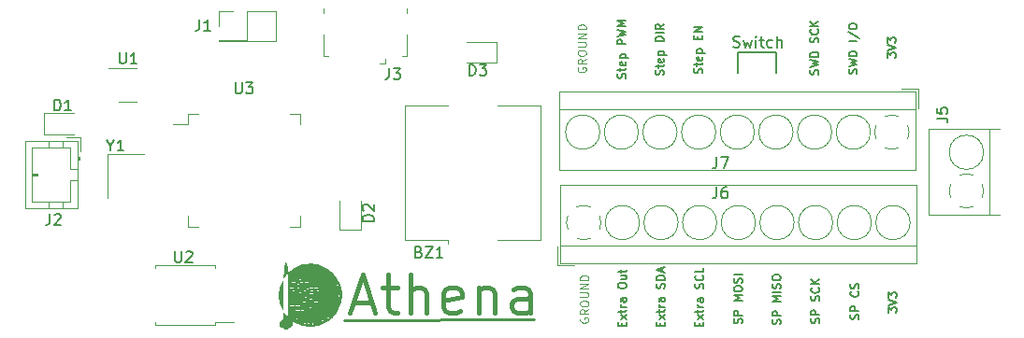
<source format=gbr>
%TF.GenerationSoftware,KiCad,Pcbnew,(6.0.1)*%
%TF.CreationDate,2022-04-25T15:24:58-05:00*%
%TF.ProjectId,Airbrake Controller,41697262-7261-46b6-9520-436f6e74726f,rev?*%
%TF.SameCoordinates,Original*%
%TF.FileFunction,Legend,Top*%
%TF.FilePolarity,Positive*%
%FSLAX46Y46*%
G04 Gerber Fmt 4.6, Leading zero omitted, Abs format (unit mm)*
G04 Created by KiCad (PCBNEW (6.0.1)) date 2022-04-25 15:24:58*
%MOMM*%
%LPD*%
G01*
G04 APERTURE LIST*
%ADD10C,0.150000*%
%ADD11C,0.250000*%
%ADD12C,0.400000*%
%ADD13C,0.125000*%
%ADD14C,0.120000*%
G04 APERTURE END LIST*
D10*
X172290159Y-92846253D02*
X172290159Y-90925835D01*
X175770916Y-90925835D02*
X175776074Y-92841074D01*
D11*
X136700404Y-115206479D02*
X153876756Y-115191984D01*
D10*
X172290159Y-90925835D02*
X175770916Y-90925835D01*
X179665172Y-115511745D02*
X179700886Y-115404603D01*
X179700886Y-115226031D01*
X179665172Y-115154603D01*
X179629458Y-115118888D01*
X179558029Y-115083174D01*
X179486601Y-115083174D01*
X179415172Y-115118888D01*
X179379458Y-115154603D01*
X179343743Y-115226031D01*
X179308029Y-115368888D01*
X179272315Y-115440317D01*
X179236601Y-115476031D01*
X179165172Y-115511745D01*
X179093743Y-115511745D01*
X179022315Y-115476031D01*
X178986601Y-115440317D01*
X178950886Y-115368888D01*
X178950886Y-115190317D01*
X178986601Y-115083174D01*
X179700886Y-114761745D02*
X178950886Y-114761745D01*
X178950886Y-114476031D01*
X178986601Y-114404603D01*
X179022315Y-114368888D01*
X179093743Y-114333174D01*
X179200886Y-114333174D01*
X179272315Y-114368888D01*
X179308029Y-114404603D01*
X179343743Y-114476031D01*
X179343743Y-114761745D01*
X179665172Y-113476031D02*
X179700886Y-113368888D01*
X179700886Y-113190317D01*
X179665172Y-113118888D01*
X179629458Y-113083174D01*
X179558029Y-113047460D01*
X179486601Y-113047460D01*
X179415172Y-113083174D01*
X179379458Y-113118888D01*
X179343743Y-113190317D01*
X179308029Y-113333174D01*
X179272315Y-113404603D01*
X179236601Y-113440317D01*
X179165172Y-113476031D01*
X179093743Y-113476031D01*
X179022315Y-113440317D01*
X178986601Y-113404603D01*
X178950886Y-113333174D01*
X178950886Y-113154603D01*
X178986601Y-113047460D01*
X179629458Y-112297460D02*
X179665172Y-112333174D01*
X179700886Y-112440317D01*
X179700886Y-112511745D01*
X179665172Y-112618888D01*
X179593743Y-112690317D01*
X179522315Y-112726031D01*
X179379458Y-112761745D01*
X179272315Y-112761745D01*
X179129458Y-112726031D01*
X179058029Y-112690317D01*
X178986601Y-112618888D01*
X178950886Y-112511745D01*
X178950886Y-112440317D01*
X178986601Y-112333174D01*
X179022315Y-112297460D01*
X179700886Y-111976031D02*
X178950886Y-111976031D01*
X179700886Y-111547460D02*
X179272315Y-111868888D01*
X178950886Y-111547460D02*
X179379458Y-111976031D01*
X185950886Y-114544487D02*
X185950886Y-114080201D01*
X186236601Y-114330201D01*
X186236601Y-114223058D01*
X186272315Y-114151630D01*
X186308029Y-114115916D01*
X186379458Y-114080201D01*
X186558029Y-114080201D01*
X186629458Y-114115916D01*
X186665172Y-114151630D01*
X186700886Y-114223058D01*
X186700886Y-114437344D01*
X186665172Y-114508773D01*
X186629458Y-114544487D01*
X185950886Y-113865916D02*
X186700886Y-113615916D01*
X185950886Y-113365916D01*
X185950886Y-113187344D02*
X185950886Y-112723058D01*
X186236601Y-112973058D01*
X186236601Y-112865916D01*
X186272315Y-112794487D01*
X186308029Y-112758773D01*
X186379458Y-112723058D01*
X186558029Y-112723058D01*
X186629458Y-112758773D01*
X186665172Y-112794487D01*
X186700886Y-112865916D01*
X186700886Y-113080201D01*
X186665172Y-113151630D01*
X186629458Y-113187344D01*
X183230407Y-115149075D02*
X183266121Y-115041933D01*
X183266121Y-114863361D01*
X183230407Y-114791933D01*
X183194693Y-114756218D01*
X183123264Y-114720504D01*
X183051836Y-114720504D01*
X182980407Y-114756218D01*
X182944693Y-114791933D01*
X182908978Y-114863361D01*
X182873264Y-115006218D01*
X182837550Y-115077647D01*
X182801836Y-115113361D01*
X182730407Y-115149075D01*
X182658978Y-115149075D01*
X182587550Y-115113361D01*
X182551836Y-115077647D01*
X182516121Y-115006218D01*
X182516121Y-114827647D01*
X182551836Y-114720504D01*
X183266121Y-114399075D02*
X182516121Y-114399075D01*
X182516121Y-114113361D01*
X182551836Y-114041933D01*
X182587550Y-114006218D01*
X182658978Y-113970504D01*
X182766121Y-113970504D01*
X182837550Y-114006218D01*
X182873264Y-114041933D01*
X182908978Y-114113361D01*
X182908978Y-114399075D01*
X183194693Y-112649075D02*
X183230407Y-112684790D01*
X183266121Y-112791933D01*
X183266121Y-112863361D01*
X183230407Y-112970504D01*
X183158978Y-113041933D01*
X183087550Y-113077647D01*
X182944693Y-113113361D01*
X182837550Y-113113361D01*
X182694693Y-113077647D01*
X182623264Y-113041933D01*
X182551836Y-112970504D01*
X182516121Y-112863361D01*
X182516121Y-112791933D01*
X182551836Y-112684790D01*
X182587550Y-112649075D01*
X183230407Y-112363361D02*
X183266121Y-112256218D01*
X183266121Y-112077647D01*
X183230407Y-112006218D01*
X183194693Y-111970504D01*
X183123264Y-111934790D01*
X183051836Y-111934790D01*
X182980407Y-111970504D01*
X182944693Y-112006218D01*
X182908978Y-112077647D01*
X182873264Y-112220504D01*
X182837550Y-112291933D01*
X182801836Y-112327647D01*
X182730407Y-112363361D01*
X182658978Y-112363361D01*
X182587550Y-112327647D01*
X182551836Y-112291933D01*
X182516121Y-112220504D01*
X182516121Y-112041933D01*
X182551836Y-111934790D01*
X171908999Y-90446767D02*
X172051856Y-90494386D01*
X172289951Y-90494386D01*
X172385189Y-90446767D01*
X172432808Y-90399148D01*
X172480427Y-90303910D01*
X172480427Y-90208672D01*
X172432808Y-90113434D01*
X172385189Y-90065815D01*
X172289951Y-90018196D01*
X172099475Y-89970577D01*
X172004237Y-89922958D01*
X171956618Y-89875339D01*
X171908999Y-89780101D01*
X171908999Y-89684863D01*
X171956618Y-89589625D01*
X172004237Y-89542006D01*
X172099475Y-89494386D01*
X172337570Y-89494386D01*
X172480427Y-89542006D01*
X172813761Y-89827720D02*
X173004237Y-90494386D01*
X173194713Y-90018196D01*
X173385189Y-90494386D01*
X173575665Y-89827720D01*
X173956618Y-90494386D02*
X173956618Y-89827720D01*
X173956618Y-89494386D02*
X173908999Y-89542006D01*
X173956618Y-89589625D01*
X174004237Y-89542006D01*
X173956618Y-89494386D01*
X173956618Y-89589625D01*
X174289951Y-89827720D02*
X174670904Y-89827720D01*
X174432808Y-89494386D02*
X174432808Y-90351529D01*
X174480427Y-90446767D01*
X174575665Y-90494386D01*
X174670904Y-90494386D01*
X175432808Y-90446767D02*
X175337570Y-90494386D01*
X175147094Y-90494386D01*
X175051856Y-90446767D01*
X175004237Y-90399148D01*
X174956618Y-90303910D01*
X174956618Y-90018196D01*
X175004237Y-89922958D01*
X175051856Y-89875339D01*
X175147094Y-89827720D01*
X175337570Y-89827720D01*
X175432808Y-89875339D01*
X175861380Y-90494386D02*
X175861380Y-89494386D01*
X176289951Y-90494386D02*
X176289951Y-89970577D01*
X176242332Y-89875339D01*
X176147094Y-89827720D01*
X176004237Y-89827720D01*
X175908999Y-89875339D01*
X175861380Y-89922958D01*
X183072207Y-92870172D02*
X183107921Y-92763029D01*
X183107921Y-92584457D01*
X183072207Y-92513029D01*
X183036493Y-92477315D01*
X182965064Y-92441600D01*
X182893636Y-92441600D01*
X182822207Y-92477315D01*
X182786493Y-92513029D01*
X182750778Y-92584457D01*
X182715064Y-92727315D01*
X182679350Y-92798743D01*
X182643636Y-92834457D01*
X182572207Y-92870172D01*
X182500778Y-92870172D01*
X182429350Y-92834457D01*
X182393636Y-92798743D01*
X182357921Y-92727315D01*
X182357921Y-92548743D01*
X182393636Y-92441600D01*
X182357921Y-92191600D02*
X183107921Y-92013029D01*
X182572207Y-91870172D01*
X183107921Y-91727315D01*
X182357921Y-91548743D01*
X183107921Y-91263029D02*
X182357921Y-91263029D01*
X182357921Y-91084457D01*
X182393636Y-90977315D01*
X182465064Y-90905886D01*
X182536493Y-90870172D01*
X182679350Y-90834457D01*
X182786493Y-90834457D01*
X182929350Y-90870172D01*
X183000778Y-90905886D01*
X183072207Y-90977315D01*
X183107921Y-91084457D01*
X183107921Y-91263029D01*
X183107921Y-89941600D02*
X182357921Y-89941600D01*
X182322207Y-89048743D02*
X183286493Y-89691600D01*
X182357921Y-88655886D02*
X182357921Y-88513029D01*
X182393636Y-88441600D01*
X182465064Y-88370172D01*
X182607921Y-88334457D01*
X182857921Y-88334457D01*
X183000778Y-88370172D01*
X183072207Y-88441600D01*
X183107921Y-88513029D01*
X183107921Y-88655886D01*
X183072207Y-88727315D01*
X183000778Y-88798743D01*
X182857921Y-88834457D01*
X182607921Y-88834457D01*
X182465064Y-88798743D01*
X182393636Y-88727315D01*
X182357921Y-88655886D01*
X168808029Y-115743450D02*
X168808029Y-115493450D01*
X169200886Y-115386307D02*
X169200886Y-115743450D01*
X168450886Y-115743450D01*
X168450886Y-115386307D01*
X169200886Y-115136307D02*
X168700886Y-114743450D01*
X168700886Y-115136307D02*
X169200886Y-114743450D01*
X168700886Y-114564879D02*
X168700886Y-114279164D01*
X168450886Y-114457736D02*
X169093743Y-114457736D01*
X169165172Y-114422022D01*
X169200886Y-114350593D01*
X169200886Y-114279164D01*
X169200886Y-114029164D02*
X168700886Y-114029164D01*
X168843743Y-114029164D02*
X168772315Y-113993450D01*
X168736601Y-113957736D01*
X168700886Y-113886307D01*
X168700886Y-113814879D01*
X169200886Y-113243450D02*
X168808029Y-113243450D01*
X168736601Y-113279164D01*
X168700886Y-113350593D01*
X168700886Y-113493450D01*
X168736601Y-113564879D01*
X169165172Y-113243450D02*
X169200886Y-113314879D01*
X169200886Y-113493450D01*
X169165172Y-113564879D01*
X169093743Y-113600593D01*
X169022315Y-113600593D01*
X168950886Y-113564879D01*
X168915172Y-113493450D01*
X168915172Y-113314879D01*
X168879458Y-113243450D01*
X169165172Y-112350593D02*
X169200886Y-112243450D01*
X169200886Y-112064879D01*
X169165172Y-111993450D01*
X169129458Y-111957736D01*
X169058029Y-111922022D01*
X168986601Y-111922022D01*
X168915172Y-111957736D01*
X168879458Y-111993450D01*
X168843743Y-112064879D01*
X168808029Y-112207736D01*
X168772315Y-112279164D01*
X168736601Y-112314879D01*
X168665172Y-112350593D01*
X168593743Y-112350593D01*
X168522315Y-112314879D01*
X168486601Y-112279164D01*
X168450886Y-112207736D01*
X168450886Y-112029164D01*
X168486601Y-111922022D01*
X169129458Y-111172022D02*
X169165172Y-111207736D01*
X169200886Y-111314879D01*
X169200886Y-111386307D01*
X169165172Y-111493450D01*
X169093743Y-111564879D01*
X169022315Y-111600593D01*
X168879458Y-111636307D01*
X168772315Y-111636307D01*
X168629458Y-111600593D01*
X168558029Y-111564879D01*
X168486601Y-111493450D01*
X168450886Y-111386307D01*
X168450886Y-111314879D01*
X168486601Y-111207736D01*
X168522315Y-111172022D01*
X169200886Y-110493450D02*
X169200886Y-110850593D01*
X168450886Y-110850593D01*
X179572207Y-92943388D02*
X179607921Y-92836245D01*
X179607921Y-92657674D01*
X179572207Y-92586245D01*
X179536493Y-92550531D01*
X179465064Y-92514816D01*
X179393636Y-92514816D01*
X179322207Y-92550531D01*
X179286493Y-92586245D01*
X179250778Y-92657674D01*
X179215064Y-92800531D01*
X179179350Y-92871959D01*
X179143636Y-92907674D01*
X179072207Y-92943388D01*
X179000778Y-92943388D01*
X178929350Y-92907674D01*
X178893636Y-92871959D01*
X178857921Y-92800531D01*
X178857921Y-92621959D01*
X178893636Y-92514816D01*
X178857921Y-92264816D02*
X179607921Y-92086245D01*
X179072207Y-91943388D01*
X179607921Y-91800531D01*
X178857921Y-91621959D01*
X179607921Y-91336245D02*
X178857921Y-91336245D01*
X178857921Y-91157674D01*
X178893636Y-91050531D01*
X178965064Y-90979102D01*
X179036493Y-90943388D01*
X179179350Y-90907674D01*
X179286493Y-90907674D01*
X179429350Y-90943388D01*
X179500778Y-90979102D01*
X179572207Y-91050531D01*
X179607921Y-91157674D01*
X179607921Y-91336245D01*
X179572207Y-90050531D02*
X179607921Y-89943388D01*
X179607921Y-89764816D01*
X179572207Y-89693388D01*
X179536493Y-89657674D01*
X179465064Y-89621959D01*
X179393636Y-89621959D01*
X179322207Y-89657674D01*
X179286493Y-89693388D01*
X179250778Y-89764816D01*
X179215064Y-89907674D01*
X179179350Y-89979102D01*
X179143636Y-90014816D01*
X179072207Y-90050531D01*
X179000778Y-90050531D01*
X178929350Y-90014816D01*
X178893636Y-89979102D01*
X178857921Y-89907674D01*
X178857921Y-89729102D01*
X178893636Y-89621959D01*
X179536493Y-88871959D02*
X179572207Y-88907674D01*
X179607921Y-89014816D01*
X179607921Y-89086245D01*
X179572207Y-89193388D01*
X179500778Y-89264816D01*
X179429350Y-89300531D01*
X179286493Y-89336245D01*
X179179350Y-89336245D01*
X179036493Y-89300531D01*
X178965064Y-89264816D01*
X178893636Y-89193388D01*
X178857921Y-89086245D01*
X178857921Y-89014816D01*
X178893636Y-88907674D01*
X178929350Y-88871959D01*
X179607921Y-88550531D02*
X178857921Y-88550531D01*
X179607921Y-88121959D02*
X179179350Y-88443388D01*
X178857921Y-88121959D02*
X179286493Y-88550531D01*
X162144229Y-93285130D02*
X162179943Y-93177988D01*
X162179943Y-92999416D01*
X162144229Y-92927988D01*
X162108515Y-92892273D01*
X162037086Y-92856559D01*
X161965658Y-92856559D01*
X161894229Y-92892273D01*
X161858515Y-92927988D01*
X161822800Y-92999416D01*
X161787086Y-93142273D01*
X161751372Y-93213702D01*
X161715658Y-93249416D01*
X161644229Y-93285130D01*
X161572800Y-93285130D01*
X161501372Y-93249416D01*
X161465658Y-93213702D01*
X161429943Y-93142273D01*
X161429943Y-92963702D01*
X161465658Y-92856559D01*
X161679943Y-92642273D02*
X161679943Y-92356559D01*
X161429943Y-92535130D02*
X162072800Y-92535130D01*
X162144229Y-92499416D01*
X162179943Y-92427988D01*
X162179943Y-92356559D01*
X162144229Y-91820845D02*
X162179943Y-91892273D01*
X162179943Y-92035130D01*
X162144229Y-92106559D01*
X162072800Y-92142273D01*
X161787086Y-92142273D01*
X161715658Y-92106559D01*
X161679943Y-92035130D01*
X161679943Y-91892273D01*
X161715658Y-91820845D01*
X161787086Y-91785130D01*
X161858515Y-91785130D01*
X161929943Y-92142273D01*
X161679943Y-91463702D02*
X162429943Y-91463702D01*
X161715658Y-91463702D02*
X161679943Y-91392273D01*
X161679943Y-91249416D01*
X161715658Y-91177988D01*
X161751372Y-91142273D01*
X161822800Y-91106559D01*
X162037086Y-91106559D01*
X162108515Y-91142273D01*
X162144229Y-91177988D01*
X162179943Y-91249416D01*
X162179943Y-91392273D01*
X162144229Y-91463702D01*
X162179943Y-90213702D02*
X161429943Y-90213702D01*
X161429943Y-89927988D01*
X161465658Y-89856559D01*
X161501372Y-89820845D01*
X161572800Y-89785130D01*
X161679943Y-89785130D01*
X161751372Y-89820845D01*
X161787086Y-89856559D01*
X161822800Y-89927988D01*
X161822800Y-90213702D01*
X161429943Y-89535130D02*
X162179943Y-89356559D01*
X161644229Y-89213702D01*
X162179943Y-89070845D01*
X161429943Y-88892273D01*
X162179943Y-88606559D02*
X161429943Y-88606559D01*
X161965658Y-88356559D01*
X161429943Y-88106559D01*
X162179943Y-88106559D01*
X165308029Y-115735449D02*
X165308029Y-115485449D01*
X165700886Y-115378306D02*
X165700886Y-115735449D01*
X164950886Y-115735449D01*
X164950886Y-115378306D01*
X165700886Y-115128306D02*
X165200886Y-114735449D01*
X165200886Y-115128306D02*
X165700886Y-114735449D01*
X165200886Y-114556878D02*
X165200886Y-114271164D01*
X164950886Y-114449735D02*
X165593743Y-114449735D01*
X165665172Y-114414021D01*
X165700886Y-114342592D01*
X165700886Y-114271164D01*
X165700886Y-114021164D02*
X165200886Y-114021164D01*
X165343743Y-114021164D02*
X165272315Y-113985449D01*
X165236601Y-113949735D01*
X165200886Y-113878306D01*
X165200886Y-113806878D01*
X165700886Y-113235449D02*
X165308029Y-113235449D01*
X165236601Y-113271164D01*
X165200886Y-113342592D01*
X165200886Y-113485449D01*
X165236601Y-113556878D01*
X165665172Y-113235449D02*
X165700886Y-113306878D01*
X165700886Y-113485449D01*
X165665172Y-113556878D01*
X165593743Y-113592592D01*
X165522315Y-113592592D01*
X165450886Y-113556878D01*
X165415172Y-113485449D01*
X165415172Y-113306878D01*
X165379458Y-113235449D01*
X165665172Y-112342592D02*
X165700886Y-112235449D01*
X165700886Y-112056878D01*
X165665172Y-111985449D01*
X165629458Y-111949735D01*
X165558029Y-111914021D01*
X165486601Y-111914021D01*
X165415172Y-111949735D01*
X165379458Y-111985449D01*
X165343743Y-112056878D01*
X165308029Y-112199735D01*
X165272315Y-112271164D01*
X165236601Y-112306878D01*
X165165172Y-112342592D01*
X165093743Y-112342592D01*
X165022315Y-112306878D01*
X164986601Y-112271164D01*
X164950886Y-112199735D01*
X164950886Y-112021164D01*
X164986601Y-111914021D01*
X165700886Y-111592592D02*
X164950886Y-111592592D01*
X164950886Y-111414021D01*
X164986601Y-111306878D01*
X165058029Y-111235449D01*
X165129458Y-111199735D01*
X165272315Y-111164021D01*
X165379458Y-111164021D01*
X165522315Y-111199735D01*
X165593743Y-111235449D01*
X165665172Y-111306878D01*
X165700886Y-111414021D01*
X165700886Y-111592592D01*
X165486601Y-110878306D02*
X165486601Y-110521164D01*
X165700886Y-110949735D02*
X164950886Y-110699735D01*
X165700886Y-110449735D01*
X176165172Y-115601450D02*
X176200886Y-115494308D01*
X176200886Y-115315736D01*
X176165172Y-115244308D01*
X176129458Y-115208593D01*
X176058029Y-115172879D01*
X175986601Y-115172879D01*
X175915172Y-115208593D01*
X175879458Y-115244308D01*
X175843743Y-115315736D01*
X175808029Y-115458593D01*
X175772315Y-115530022D01*
X175736601Y-115565736D01*
X175665172Y-115601450D01*
X175593743Y-115601450D01*
X175522315Y-115565736D01*
X175486601Y-115530022D01*
X175450886Y-115458593D01*
X175450886Y-115280022D01*
X175486601Y-115172879D01*
X176200886Y-114851450D02*
X175450886Y-114851450D01*
X175450886Y-114565736D01*
X175486601Y-114494308D01*
X175522315Y-114458593D01*
X175593743Y-114422879D01*
X175700886Y-114422879D01*
X175772315Y-114458593D01*
X175808029Y-114494308D01*
X175843743Y-114565736D01*
X175843743Y-114851450D01*
X176200886Y-113530022D02*
X175450886Y-113530022D01*
X175986601Y-113280022D01*
X175450886Y-113030022D01*
X176200886Y-113030022D01*
X176200886Y-112672879D02*
X175450886Y-112672879D01*
X176165172Y-112351450D02*
X176200886Y-112244308D01*
X176200886Y-112065736D01*
X176165172Y-111994308D01*
X176129458Y-111958593D01*
X176058029Y-111922879D01*
X175986601Y-111922879D01*
X175915172Y-111958593D01*
X175879458Y-111994308D01*
X175843743Y-112065736D01*
X175808029Y-112208593D01*
X175772315Y-112280022D01*
X175736601Y-112315736D01*
X175665172Y-112351450D01*
X175593743Y-112351450D01*
X175522315Y-112315736D01*
X175486601Y-112280022D01*
X175450886Y-112208593D01*
X175450886Y-112030022D01*
X175486601Y-111922879D01*
X175450886Y-111458593D02*
X175450886Y-111315736D01*
X175486601Y-111244308D01*
X175558029Y-111172879D01*
X175700886Y-111137165D01*
X175950886Y-111137165D01*
X176093743Y-111172879D01*
X176165172Y-111244308D01*
X176200886Y-111315736D01*
X176200886Y-111458593D01*
X176165172Y-111530022D01*
X176093743Y-111601450D01*
X175950886Y-111637165D01*
X175700886Y-111637165D01*
X175558029Y-111601450D01*
X175486601Y-111530022D01*
X175450886Y-111458593D01*
X169072207Y-92827591D02*
X169107921Y-92720449D01*
X169107921Y-92541877D01*
X169072207Y-92470449D01*
X169036493Y-92434734D01*
X168965064Y-92399020D01*
X168893636Y-92399020D01*
X168822207Y-92434734D01*
X168786493Y-92470449D01*
X168750778Y-92541877D01*
X168715064Y-92684734D01*
X168679350Y-92756163D01*
X168643636Y-92791877D01*
X168572207Y-92827591D01*
X168500778Y-92827591D01*
X168429350Y-92791877D01*
X168393636Y-92756163D01*
X168357921Y-92684734D01*
X168357921Y-92506163D01*
X168393636Y-92399020D01*
X168607921Y-92184734D02*
X168607921Y-91899020D01*
X168357921Y-92077591D02*
X169000778Y-92077591D01*
X169072207Y-92041877D01*
X169107921Y-91970449D01*
X169107921Y-91899020D01*
X169072207Y-91363306D02*
X169107921Y-91434734D01*
X169107921Y-91577591D01*
X169072207Y-91649020D01*
X169000778Y-91684734D01*
X168715064Y-91684734D01*
X168643636Y-91649020D01*
X168607921Y-91577591D01*
X168607921Y-91434734D01*
X168643636Y-91363306D01*
X168715064Y-91327591D01*
X168786493Y-91327591D01*
X168857921Y-91684734D01*
X168607921Y-91006163D02*
X169357921Y-91006163D01*
X168643636Y-91006163D02*
X168607921Y-90934734D01*
X168607921Y-90791877D01*
X168643636Y-90720449D01*
X168679350Y-90684734D01*
X168750778Y-90649020D01*
X168965064Y-90649020D01*
X169036493Y-90684734D01*
X169072207Y-90720449D01*
X169107921Y-90791877D01*
X169107921Y-90934734D01*
X169072207Y-91006163D01*
X168715064Y-89756163D02*
X168715064Y-89506163D01*
X169107921Y-89399020D02*
X169107921Y-89756163D01*
X168357921Y-89756163D01*
X168357921Y-89399020D01*
X169107921Y-89077591D02*
X168357921Y-89077591D01*
X169107921Y-88649020D01*
X168357921Y-88649020D01*
X161808029Y-115746329D02*
X161808029Y-115496329D01*
X162200886Y-115389187D02*
X162200886Y-115746329D01*
X161450886Y-115746329D01*
X161450886Y-115389187D01*
X162200886Y-115139187D02*
X161700886Y-114746329D01*
X161700886Y-115139187D02*
X162200886Y-114746329D01*
X161700886Y-114567758D02*
X161700886Y-114282044D01*
X161450886Y-114460615D02*
X162093743Y-114460615D01*
X162165172Y-114424901D01*
X162200886Y-114353472D01*
X162200886Y-114282044D01*
X162200886Y-114032044D02*
X161700886Y-114032044D01*
X161843743Y-114032044D02*
X161772315Y-113996329D01*
X161736601Y-113960615D01*
X161700886Y-113889187D01*
X161700886Y-113817758D01*
X162200886Y-113246329D02*
X161808029Y-113246329D01*
X161736601Y-113282044D01*
X161700886Y-113353472D01*
X161700886Y-113496329D01*
X161736601Y-113567758D01*
X162165172Y-113246329D02*
X162200886Y-113317758D01*
X162200886Y-113496329D01*
X162165172Y-113567758D01*
X162093743Y-113603472D01*
X162022315Y-113603472D01*
X161950886Y-113567758D01*
X161915172Y-113496329D01*
X161915172Y-113317758D01*
X161879458Y-113246329D01*
X161450886Y-112174901D02*
X161450886Y-112032044D01*
X161486601Y-111960615D01*
X161558029Y-111889187D01*
X161700886Y-111853472D01*
X161950886Y-111853472D01*
X162093743Y-111889187D01*
X162165172Y-111960615D01*
X162200886Y-112032044D01*
X162200886Y-112174901D01*
X162165172Y-112246329D01*
X162093743Y-112317758D01*
X161950886Y-112353472D01*
X161700886Y-112353472D01*
X161558029Y-112317758D01*
X161486601Y-112246329D01*
X161450886Y-112174901D01*
X161700886Y-111210615D02*
X162200886Y-111210615D01*
X161700886Y-111532044D02*
X162093743Y-111532044D01*
X162165172Y-111496329D01*
X162200886Y-111424901D01*
X162200886Y-111317758D01*
X162165172Y-111246329D01*
X162129458Y-111210615D01*
X161700886Y-110960615D02*
X161700886Y-110674901D01*
X161450886Y-110853472D02*
X162093743Y-110853472D01*
X162165172Y-110817758D01*
X162200886Y-110746329D01*
X162200886Y-110674901D01*
X185857921Y-91434791D02*
X185857921Y-90970505D01*
X186143636Y-91220505D01*
X186143636Y-91113362D01*
X186179350Y-91041934D01*
X186215064Y-91006220D01*
X186286493Y-90970505D01*
X186465064Y-90970505D01*
X186536493Y-91006220D01*
X186572207Y-91041934D01*
X186607921Y-91113362D01*
X186607921Y-91327648D01*
X186572207Y-91399077D01*
X186536493Y-91434791D01*
X185857921Y-90756220D02*
X186607921Y-90506220D01*
X185857921Y-90256220D01*
X185857921Y-90077648D02*
X185857921Y-89613362D01*
X186143636Y-89863362D01*
X186143636Y-89756220D01*
X186179350Y-89684791D01*
X186215064Y-89649077D01*
X186286493Y-89613362D01*
X186465064Y-89613362D01*
X186536493Y-89649077D01*
X186572207Y-89684791D01*
X186607921Y-89756220D01*
X186607921Y-89970505D01*
X186572207Y-90041934D01*
X186536493Y-90077648D01*
D12*
X137491980Y-113594898D02*
X139158647Y-113594898D01*
X137158647Y-114594898D02*
X138325314Y-111094898D01*
X139491980Y-114594898D01*
X140158647Y-112261565D02*
X141491980Y-112261565D01*
X140658647Y-111094898D02*
X140658647Y-114094898D01*
X140825314Y-114428231D01*
X141158647Y-114594898D01*
X141491980Y-114594898D01*
X142658647Y-114594898D02*
X142658647Y-111094898D01*
X144158647Y-114594898D02*
X144158647Y-112761565D01*
X143991980Y-112428231D01*
X143658647Y-112261565D01*
X143158647Y-112261565D01*
X142825314Y-112428231D01*
X142658647Y-112594898D01*
X147158647Y-114428231D02*
X146825314Y-114594898D01*
X146158647Y-114594898D01*
X145825314Y-114428231D01*
X145658647Y-114094898D01*
X145658647Y-112761565D01*
X145825314Y-112428231D01*
X146158647Y-112261565D01*
X146825314Y-112261565D01*
X147158647Y-112428231D01*
X147325314Y-112761565D01*
X147325314Y-113094898D01*
X145658647Y-113428231D01*
X148825314Y-112261565D02*
X148825314Y-114594898D01*
X148825314Y-112594898D02*
X148991980Y-112428231D01*
X149325314Y-112261565D01*
X149825314Y-112261565D01*
X150158647Y-112428231D01*
X150325314Y-112761565D01*
X150325314Y-114594898D01*
X153491980Y-114594898D02*
X153491980Y-112761565D01*
X153325314Y-112428231D01*
X152991980Y-112261565D01*
X152325314Y-112261565D01*
X151991980Y-112428231D01*
X153491980Y-114428231D02*
X153158647Y-114594898D01*
X152325314Y-114594898D01*
X151991980Y-114428231D01*
X151825314Y-114094898D01*
X151825314Y-113761565D01*
X151991980Y-113428231D01*
X152325314Y-113261565D01*
X153158647Y-113261565D01*
X153491980Y-113094898D01*
D13*
X158075352Y-115050801D02*
X158039637Y-115122230D01*
X158039637Y-115229373D01*
X158075352Y-115336516D01*
X158146780Y-115407944D01*
X158218209Y-115443659D01*
X158361066Y-115479373D01*
X158468209Y-115479373D01*
X158611066Y-115443659D01*
X158682494Y-115407944D01*
X158753923Y-115336516D01*
X158789637Y-115229373D01*
X158789637Y-115157944D01*
X158753923Y-115050801D01*
X158718209Y-115015087D01*
X158468209Y-115015087D01*
X158468209Y-115157944D01*
X158789637Y-114265087D02*
X158432494Y-114515087D01*
X158789637Y-114693659D02*
X158039637Y-114693659D01*
X158039637Y-114407944D01*
X158075352Y-114336516D01*
X158111066Y-114300801D01*
X158182494Y-114265087D01*
X158289637Y-114265087D01*
X158361066Y-114300801D01*
X158396780Y-114336516D01*
X158432494Y-114407944D01*
X158432494Y-114693659D01*
X158039637Y-113800801D02*
X158039637Y-113657944D01*
X158075352Y-113586516D01*
X158146780Y-113515087D01*
X158289637Y-113479373D01*
X158539637Y-113479373D01*
X158682494Y-113515087D01*
X158753923Y-113586516D01*
X158789637Y-113657944D01*
X158789637Y-113800801D01*
X158753923Y-113872230D01*
X158682494Y-113943659D01*
X158539637Y-113979373D01*
X158289637Y-113979373D01*
X158146780Y-113943659D01*
X158075352Y-113872230D01*
X158039637Y-113800801D01*
X158039637Y-113157944D02*
X158646780Y-113157944D01*
X158718209Y-113122230D01*
X158753923Y-113086516D01*
X158789637Y-113015087D01*
X158789637Y-112872230D01*
X158753923Y-112800801D01*
X158718209Y-112765087D01*
X158646780Y-112729373D01*
X158039637Y-112729373D01*
X158789637Y-112372230D02*
X158039637Y-112372230D01*
X158789637Y-111943659D01*
X158039637Y-111943659D01*
X158789637Y-111586516D02*
X158039637Y-111586516D01*
X158039637Y-111407944D01*
X158075352Y-111300801D01*
X158146780Y-111229373D01*
X158218209Y-111193659D01*
X158361066Y-111157944D01*
X158468209Y-111157944D01*
X158611066Y-111193659D01*
X158682494Y-111229373D01*
X158753923Y-111300801D01*
X158789637Y-111407944D01*
X158789637Y-111586516D01*
D10*
X172665172Y-115539798D02*
X172700886Y-115432656D01*
X172700886Y-115254084D01*
X172665172Y-115182656D01*
X172629458Y-115146941D01*
X172558029Y-115111227D01*
X172486601Y-115111227D01*
X172415172Y-115146941D01*
X172379458Y-115182656D01*
X172343743Y-115254084D01*
X172308029Y-115396941D01*
X172272315Y-115468370D01*
X172236601Y-115504084D01*
X172165172Y-115539798D01*
X172093743Y-115539798D01*
X172022315Y-115504084D01*
X171986601Y-115468370D01*
X171950886Y-115396941D01*
X171950886Y-115218370D01*
X171986601Y-115111227D01*
X172700886Y-114789798D02*
X171950886Y-114789798D01*
X171950886Y-114504084D01*
X171986601Y-114432656D01*
X172022315Y-114396941D01*
X172093743Y-114361227D01*
X172200886Y-114361227D01*
X172272315Y-114396941D01*
X172308029Y-114432656D01*
X172343743Y-114504084D01*
X172343743Y-114789798D01*
X172700886Y-113468370D02*
X171950886Y-113468370D01*
X172486601Y-113218370D01*
X171950886Y-112968370D01*
X172700886Y-112968370D01*
X171950886Y-112468370D02*
X171950886Y-112325513D01*
X171986601Y-112254084D01*
X172058029Y-112182656D01*
X172200886Y-112146941D01*
X172450886Y-112146941D01*
X172593743Y-112182656D01*
X172665172Y-112254084D01*
X172700886Y-112325513D01*
X172700886Y-112468370D01*
X172665172Y-112539798D01*
X172593743Y-112611227D01*
X172450886Y-112646941D01*
X172200886Y-112646941D01*
X172058029Y-112611227D01*
X171986601Y-112539798D01*
X171950886Y-112468370D01*
X172665172Y-111861227D02*
X172700886Y-111754084D01*
X172700886Y-111575513D01*
X172665172Y-111504084D01*
X172629458Y-111468370D01*
X172558029Y-111432656D01*
X172486601Y-111432656D01*
X172415172Y-111468370D01*
X172379458Y-111504084D01*
X172343743Y-111575513D01*
X172308029Y-111718370D01*
X172272315Y-111789798D01*
X172236601Y-111825513D01*
X172165172Y-111861227D01*
X172093743Y-111861227D01*
X172022315Y-111825513D01*
X171986601Y-111789798D01*
X171950886Y-111718370D01*
X171950886Y-111539798D01*
X171986601Y-111432656D01*
X172700886Y-111111227D02*
X171950886Y-111111227D01*
D13*
X157863732Y-92332110D02*
X157828017Y-92403539D01*
X157828017Y-92510682D01*
X157863732Y-92617825D01*
X157935160Y-92689253D01*
X158006589Y-92724968D01*
X158149446Y-92760682D01*
X158256589Y-92760682D01*
X158399446Y-92724968D01*
X158470874Y-92689253D01*
X158542303Y-92617825D01*
X158578017Y-92510682D01*
X158578017Y-92439253D01*
X158542303Y-92332110D01*
X158506589Y-92296396D01*
X158256589Y-92296396D01*
X158256589Y-92439253D01*
X158578017Y-91546396D02*
X158220874Y-91796396D01*
X158578017Y-91974968D02*
X157828017Y-91974968D01*
X157828017Y-91689253D01*
X157863732Y-91617825D01*
X157899446Y-91582110D01*
X157970874Y-91546396D01*
X158078017Y-91546396D01*
X158149446Y-91582110D01*
X158185160Y-91617825D01*
X158220874Y-91689253D01*
X158220874Y-91974968D01*
X157828017Y-91082110D02*
X157828017Y-90939253D01*
X157863732Y-90867825D01*
X157935160Y-90796396D01*
X158078017Y-90760682D01*
X158328017Y-90760682D01*
X158470874Y-90796396D01*
X158542303Y-90867825D01*
X158578017Y-90939253D01*
X158578017Y-91082110D01*
X158542303Y-91153539D01*
X158470874Y-91224968D01*
X158328017Y-91260682D01*
X158078017Y-91260682D01*
X157935160Y-91224968D01*
X157863732Y-91153539D01*
X157828017Y-91082110D01*
X157828017Y-90439253D02*
X158435160Y-90439253D01*
X158506589Y-90403539D01*
X158542303Y-90367825D01*
X158578017Y-90296396D01*
X158578017Y-90153539D01*
X158542303Y-90082110D01*
X158506589Y-90046396D01*
X158435160Y-90010682D01*
X157828017Y-90010682D01*
X158578017Y-89653539D02*
X157828017Y-89653539D01*
X158578017Y-89224968D01*
X157828017Y-89224968D01*
X158578017Y-88867825D02*
X157828017Y-88867825D01*
X157828017Y-88689253D01*
X157863732Y-88582110D01*
X157935160Y-88510682D01*
X158006589Y-88474968D01*
X158149446Y-88439253D01*
X158256589Y-88439253D01*
X158399446Y-88474968D01*
X158470874Y-88510682D01*
X158542303Y-88582110D01*
X158578017Y-88689253D01*
X158578017Y-88867825D01*
D10*
X165572207Y-93001929D02*
X165607921Y-92894786D01*
X165607921Y-92716215D01*
X165572207Y-92644786D01*
X165536493Y-92609072D01*
X165465064Y-92573358D01*
X165393636Y-92573358D01*
X165322207Y-92609072D01*
X165286493Y-92644786D01*
X165250778Y-92716215D01*
X165215064Y-92859072D01*
X165179350Y-92930500D01*
X165143636Y-92966215D01*
X165072207Y-93001929D01*
X165000778Y-93001929D01*
X164929350Y-92966215D01*
X164893636Y-92930500D01*
X164857921Y-92859072D01*
X164857921Y-92680500D01*
X164893636Y-92573358D01*
X165107921Y-92359072D02*
X165107921Y-92073358D01*
X164857921Y-92251929D02*
X165500778Y-92251929D01*
X165572207Y-92216215D01*
X165607921Y-92144786D01*
X165607921Y-92073358D01*
X165572207Y-91537643D02*
X165607921Y-91609072D01*
X165607921Y-91751929D01*
X165572207Y-91823358D01*
X165500778Y-91859072D01*
X165215064Y-91859072D01*
X165143636Y-91823358D01*
X165107921Y-91751929D01*
X165107921Y-91609072D01*
X165143636Y-91537643D01*
X165215064Y-91501929D01*
X165286493Y-91501929D01*
X165357921Y-91859072D01*
X165107921Y-91180500D02*
X165857921Y-91180500D01*
X165143636Y-91180500D02*
X165107921Y-91109072D01*
X165107921Y-90966215D01*
X165143636Y-90894786D01*
X165179350Y-90859072D01*
X165250778Y-90823358D01*
X165465064Y-90823358D01*
X165536493Y-90859072D01*
X165572207Y-90894786D01*
X165607921Y-90966215D01*
X165607921Y-91109072D01*
X165572207Y-91180500D01*
X165607921Y-89930500D02*
X164857921Y-89930500D01*
X164857921Y-89751929D01*
X164893636Y-89644786D01*
X164965064Y-89573358D01*
X165036493Y-89537643D01*
X165179350Y-89501929D01*
X165286493Y-89501929D01*
X165429350Y-89537643D01*
X165500778Y-89573358D01*
X165572207Y-89644786D01*
X165607921Y-89751929D01*
X165607921Y-89930500D01*
X165607921Y-89180500D02*
X164857921Y-89180500D01*
X165607921Y-88394786D02*
X165250778Y-88644786D01*
X165607921Y-88823358D02*
X164857921Y-88823358D01*
X164857921Y-88537643D01*
X164893636Y-88466215D01*
X164929350Y-88430500D01*
X165000778Y-88394786D01*
X165107921Y-88394786D01*
X165179350Y-88430500D01*
X165215064Y-88466215D01*
X165250778Y-88537643D01*
X165250778Y-88823358D01*
%TO.C,J5*%
X190316316Y-96938483D02*
X191030602Y-96938483D01*
X191173459Y-96986102D01*
X191268697Y-97081340D01*
X191316316Y-97224197D01*
X191316316Y-97319435D01*
X190316316Y-95986102D02*
X190316316Y-96462292D01*
X190792507Y-96509911D01*
X190744888Y-96462292D01*
X190697269Y-96367054D01*
X190697269Y-96128959D01*
X190744888Y-96033721D01*
X190792507Y-95986102D01*
X190887745Y-95938483D01*
X191125840Y-95938483D01*
X191221078Y-95986102D01*
X191268697Y-96033721D01*
X191316316Y-96128959D01*
X191316316Y-96367054D01*
X191268697Y-96462292D01*
X191221078Y-96509911D01*
%TO.C,U2*%
X121352486Y-108988291D02*
X121352486Y-109797815D01*
X121400105Y-109893053D01*
X121447724Y-109940672D01*
X121542962Y-109988291D01*
X121733438Y-109988291D01*
X121828676Y-109940672D01*
X121876295Y-109893053D01*
X121923914Y-109797815D01*
X121923914Y-108988291D01*
X122352486Y-109083530D02*
X122400105Y-109035911D01*
X122495343Y-108988291D01*
X122733438Y-108988291D01*
X122828676Y-109035911D01*
X122876295Y-109083530D01*
X122923914Y-109178768D01*
X122923914Y-109274006D01*
X122876295Y-109416863D01*
X122304867Y-109988291D01*
X122923914Y-109988291D01*
%TO.C,J1*%
X123585178Y-87969528D02*
X123585178Y-88683814D01*
X123537559Y-88826671D01*
X123442321Y-88921909D01*
X123299464Y-88969528D01*
X123204226Y-88969528D01*
X124585178Y-88969528D02*
X124013750Y-88969528D01*
X124299464Y-88969528D02*
X124299464Y-87969528D01*
X124204226Y-88112386D01*
X124108988Y-88207624D01*
X124013750Y-88255243D01*
%TO.C,D1*%
X110443627Y-96237267D02*
X110443627Y-95237267D01*
X110681723Y-95237267D01*
X110824580Y-95284887D01*
X110919818Y-95380125D01*
X110967437Y-95475363D01*
X111015056Y-95665839D01*
X111015056Y-95808696D01*
X110967437Y-95999172D01*
X110919818Y-96094410D01*
X110824580Y-96189648D01*
X110681723Y-96237267D01*
X110443627Y-96237267D01*
X111967437Y-96237267D02*
X111396008Y-96237267D01*
X111681723Y-96237267D02*
X111681723Y-95237267D01*
X111586484Y-95380125D01*
X111491246Y-95475363D01*
X111396008Y-95522982D01*
%TO.C,J2*%
X110022864Y-105609290D02*
X110022864Y-106323576D01*
X109975245Y-106466433D01*
X109880007Y-106561671D01*
X109737150Y-106609290D01*
X109641912Y-106609290D01*
X110451436Y-105704529D02*
X110499055Y-105656910D01*
X110594293Y-105609290D01*
X110832388Y-105609290D01*
X110927626Y-105656910D01*
X110975245Y-105704529D01*
X111022864Y-105799767D01*
X111022864Y-105895005D01*
X110975245Y-106037862D01*
X110403817Y-106609290D01*
X111022864Y-106609290D01*
%TO.C,D3*%
X148010508Y-93043290D02*
X148010508Y-92043290D01*
X148248604Y-92043290D01*
X148391461Y-92090910D01*
X148486699Y-92186148D01*
X148534318Y-92281386D01*
X148581937Y-92471862D01*
X148581937Y-92614719D01*
X148534318Y-92805195D01*
X148486699Y-92900433D01*
X148391461Y-92995671D01*
X148248604Y-93043290D01*
X148010508Y-93043290D01*
X148915270Y-92043290D02*
X149534318Y-92043290D01*
X149200984Y-92424243D01*
X149343842Y-92424243D01*
X149439080Y-92471862D01*
X149486699Y-92519481D01*
X149534318Y-92614719D01*
X149534318Y-92852814D01*
X149486699Y-92948052D01*
X149439080Y-92995671D01*
X149343842Y-93043290D01*
X149058127Y-93043290D01*
X148962889Y-92995671D01*
X148915270Y-92948052D01*
%TO.C,Y1*%
X115539751Y-99400980D02*
X115539751Y-99877170D01*
X115206418Y-98877170D02*
X115539751Y-99400980D01*
X115873084Y-98877170D01*
X116730227Y-99877170D02*
X116158799Y-99877170D01*
X116444513Y-99877170D02*
X116444513Y-98877170D01*
X116349275Y-99020028D01*
X116254037Y-99115266D01*
X116158799Y-99162885D01*
%TO.C,D2*%
X139351293Y-106251848D02*
X138351293Y-106251848D01*
X138351293Y-106013753D01*
X138398913Y-105870895D01*
X138494151Y-105775657D01*
X138589389Y-105728038D01*
X138779865Y-105680419D01*
X138922722Y-105680419D01*
X139113198Y-105728038D01*
X139208436Y-105775657D01*
X139303674Y-105870895D01*
X139351293Y-106013753D01*
X139351293Y-106251848D01*
X138446532Y-105299467D02*
X138398913Y-105251848D01*
X138351293Y-105156610D01*
X138351293Y-104918514D01*
X138398913Y-104823276D01*
X138446532Y-104775657D01*
X138541770Y-104728038D01*
X138637008Y-104728038D01*
X138779865Y-104775657D01*
X139351293Y-105347086D01*
X139351293Y-104728038D01*
%TO.C,BZ1*%
X143461713Y-109031169D02*
X143604570Y-109078788D01*
X143652189Y-109126407D01*
X143699808Y-109221645D01*
X143699808Y-109364502D01*
X143652189Y-109459740D01*
X143604570Y-109507359D01*
X143509332Y-109554978D01*
X143128380Y-109554978D01*
X143128380Y-108554978D01*
X143461713Y-108554978D01*
X143556951Y-108602598D01*
X143604570Y-108650217D01*
X143652189Y-108745455D01*
X143652189Y-108840693D01*
X143604570Y-108935931D01*
X143556951Y-108983550D01*
X143461713Y-109031169D01*
X143128380Y-109031169D01*
X144033142Y-108554978D02*
X144699808Y-108554978D01*
X144033142Y-109554978D01*
X144699808Y-109554978D01*
X145604570Y-109554978D02*
X145033142Y-109554978D01*
X145318856Y-109554978D02*
X145318856Y-108554978D01*
X145223618Y-108697836D01*
X145128380Y-108793074D01*
X145033142Y-108840693D01*
%TO.C,U1*%
X116345675Y-90957390D02*
X116345675Y-91766914D01*
X116393294Y-91862152D01*
X116440913Y-91909771D01*
X116536151Y-91957390D01*
X116726627Y-91957390D01*
X116821865Y-91909771D01*
X116869484Y-91862152D01*
X116917103Y-91766914D01*
X116917103Y-90957390D01*
X117917103Y-91957390D02*
X117345675Y-91957390D01*
X117631389Y-91957390D02*
X117631389Y-90957390D01*
X117536151Y-91100248D01*
X117440913Y-91195486D01*
X117345675Y-91243105D01*
%TO.C,U3*%
X126841907Y-93686652D02*
X126841907Y-94496176D01*
X126889526Y-94591414D01*
X126937145Y-94639033D01*
X127032383Y-94686652D01*
X127222859Y-94686652D01*
X127318097Y-94639033D01*
X127365716Y-94591414D01*
X127413335Y-94496176D01*
X127413335Y-93686652D01*
X127794288Y-93686652D02*
X128413335Y-93686652D01*
X128080002Y-94067605D01*
X128222859Y-94067605D01*
X128318097Y-94115224D01*
X128365716Y-94162843D01*
X128413335Y-94258081D01*
X128413335Y-94496176D01*
X128365716Y-94591414D01*
X128318097Y-94639033D01*
X128222859Y-94686652D01*
X127937145Y-94686652D01*
X127841907Y-94639033D01*
X127794288Y-94591414D01*
%TO.C,J3*%
X140743080Y-92405178D02*
X140743080Y-93119464D01*
X140695461Y-93262321D01*
X140600223Y-93357559D01*
X140457366Y-93405178D01*
X140362128Y-93405178D01*
X141124033Y-92405178D02*
X141743080Y-92405178D01*
X141409747Y-92786131D01*
X141552604Y-92786131D01*
X141647842Y-92833750D01*
X141695461Y-92881369D01*
X141743080Y-92976607D01*
X141743080Y-93214702D01*
X141695461Y-93309940D01*
X141647842Y-93357559D01*
X141552604Y-93405178D01*
X141266890Y-93405178D01*
X141171652Y-93357559D01*
X141124033Y-93309940D01*
%TO.C,J7*%
X170408581Y-100456867D02*
X170408581Y-101171153D01*
X170360962Y-101314010D01*
X170265724Y-101409248D01*
X170122867Y-101456867D01*
X170027629Y-101456867D01*
X170789534Y-100456867D02*
X171456200Y-100456867D01*
X171027629Y-101456867D01*
%TO.C,J6*%
X170396379Y-103163451D02*
X170396379Y-103877737D01*
X170348760Y-104020594D01*
X170253522Y-104115832D01*
X170110665Y-104163451D01*
X170015427Y-104163451D01*
X171301141Y-103163451D02*
X171110665Y-103163451D01*
X171015427Y-103211071D01*
X170967808Y-103258690D01*
X170872570Y-103401547D01*
X170824951Y-103592023D01*
X170824951Y-103972975D01*
X170872570Y-104068213D01*
X170920189Y-104115832D01*
X171015427Y-104163451D01*
X171205903Y-104163451D01*
X171301141Y-104115832D01*
X171348760Y-104068213D01*
X171396379Y-103972975D01*
X171396379Y-103734880D01*
X171348760Y-103639642D01*
X171301141Y-103592023D01*
X171205903Y-103544404D01*
X171015427Y-103544404D01*
X170920189Y-103592023D01*
X170872570Y-103639642D01*
X170824951Y-103734880D01*
D14*
%TO.C,J5*%
X189553074Y-105671751D02*
X189553074Y-97851751D01*
X189553074Y-97851751D02*
X196013074Y-97851751D01*
X195113074Y-105671751D02*
X195113074Y-97851751D01*
X189553074Y-105671751D02*
X196013074Y-105671751D01*
X193621074Y-102079751D02*
G75*
G03*
X192405332Y-102079642I-607999J-1432003D01*
G01*
X194568074Y-103511751D02*
G75*
G03*
X194444459Y-102904164I-1554997J1D01*
G01*
X191581074Y-102903751D02*
G75*
G03*
X191580965Y-104119493I1432003J-607999D01*
G01*
X194445074Y-104119751D02*
G75*
G03*
X194568567Y-103484740I-1431988J607998D01*
G01*
X192405074Y-104943751D02*
G75*
G03*
X193620816Y-104943860I607999J1432003D01*
G01*
X194568074Y-100011751D02*
G75*
G03*
X194568074Y-100011751I-1555000J0D01*
G01*
%TO.C,U2*%
X122295922Y-110239838D02*
X125020922Y-110239838D01*
X122295922Y-115689838D02*
X119570922Y-115689838D01*
X122295922Y-115689838D02*
X125020922Y-115689838D01*
X119570922Y-110239838D02*
X119570922Y-110499838D01*
X125020922Y-110239838D02*
X125020922Y-110499838D01*
X119570922Y-115689838D02*
X119570922Y-115429838D01*
X125020922Y-115689838D02*
X125020922Y-115429838D01*
X125020922Y-115429838D02*
X126695922Y-115429838D01*
X122295922Y-110239838D02*
X119570922Y-110239838D01*
%TO.C,J1*%
X125288406Y-89907368D02*
X130488406Y-89907368D01*
X125288406Y-89847368D02*
X125288406Y-89907368D01*
X125288406Y-87247368D02*
X126618406Y-87247368D01*
X127888406Y-89847368D02*
X127888406Y-87247368D01*
X125288406Y-89847368D02*
X127888406Y-89847368D01*
X125288406Y-88577368D02*
X125288406Y-87247368D01*
X127888406Y-87247368D02*
X130488406Y-87247368D01*
X130488406Y-87247368D02*
X130488406Y-89907368D01*
%TO.C,D1*%
X112181723Y-96444776D02*
X109496723Y-96444776D01*
X109496723Y-96444776D02*
X109496723Y-98364776D01*
X109496723Y-98364776D02*
X112181723Y-98364776D01*
%TO.C,J2*%
X112805863Y-99903057D02*
X112805863Y-98653057D01*
X108395863Y-104463057D02*
X111895863Y-104463057D01*
X111895863Y-99563057D02*
X108395863Y-99563057D01*
X108395863Y-101913057D02*
X108895863Y-101913057D01*
X112605863Y-100713057D02*
X112605863Y-100413057D01*
X112505863Y-105073057D02*
X112505863Y-98953057D01*
X112705863Y-100413057D02*
X112505863Y-100413057D01*
X108395863Y-102013057D02*
X108895863Y-102013057D01*
X109895863Y-105073057D02*
X109895863Y-104463057D01*
X111195863Y-98953057D02*
X111195863Y-99563057D01*
X112705863Y-100713057D02*
X112705863Y-100413057D01*
X111895863Y-102513057D02*
X112505863Y-102513057D01*
X112505863Y-98953057D02*
X107785863Y-98953057D01*
X108895863Y-101913057D02*
X108895863Y-102113057D01*
X107785863Y-98953057D02*
X107785863Y-105073057D01*
X112505863Y-101513057D02*
X111895863Y-101513057D01*
X111895863Y-104463057D02*
X111895863Y-102513057D01*
X109895863Y-98953057D02*
X109895863Y-99563057D01*
X111895863Y-101513057D02*
X111895863Y-99563057D01*
X107785863Y-105073057D02*
X112505863Y-105073057D01*
X111195863Y-105073057D02*
X111195863Y-104463057D01*
X108395863Y-99563057D02*
X108395863Y-104463057D01*
X112805863Y-98653057D02*
X111555863Y-98653057D01*
X108895863Y-102113057D02*
X108395863Y-102113057D01*
X112505863Y-100713057D02*
X112705863Y-100713057D01*
%TO.C,D3*%
X147748604Y-91900910D02*
X150433604Y-91900910D01*
X150433604Y-91900910D02*
X150433604Y-89980910D01*
X150433604Y-89980910D02*
X147748604Y-89980910D01*
%TO.C,Y1*%
X115278198Y-100140139D02*
X115278198Y-104140139D01*
X118578198Y-100140139D02*
X115278198Y-100140139D01*
%TO.C,D2*%
X138199183Y-107058935D02*
X138199183Y-104373935D01*
X136279183Y-104373935D02*
X136279183Y-107058935D01*
X136279183Y-107058935D02*
X138199183Y-107058935D01*
%TO.C,BZ1*%
X154440374Y-107984544D02*
X150580374Y-107984544D01*
X142200374Y-107984544D02*
X142200374Y-95744544D01*
X150580374Y-95744544D02*
X154440374Y-95744544D01*
X146060374Y-107984544D02*
X146060374Y-108284544D01*
X142200374Y-95744544D02*
X146060374Y-95744544D01*
X154440374Y-95744544D02*
X154440374Y-107984544D01*
X146060374Y-107984544D02*
X142200374Y-107984544D01*
%TO.C,U1*%
X117107580Y-92345010D02*
X115307580Y-92345010D01*
X117107580Y-95465010D02*
X117907580Y-95465010D01*
X117107580Y-95465010D02*
X116307580Y-95465010D01*
X117107580Y-92345010D02*
X117907580Y-92345010D01*
%TO.C,U3*%
X132713812Y-106744272D02*
X132713812Y-105794272D01*
X123443812Y-106744272D02*
X122493812Y-106744272D01*
X131763812Y-106744272D02*
X132713812Y-106744272D01*
X123443812Y-96524272D02*
X122493812Y-96524272D01*
X122493812Y-96524272D02*
X122493812Y-97474272D01*
X131763812Y-96524272D02*
X132713812Y-96524272D01*
X132713812Y-96524272D02*
X132713812Y-97474272D01*
X122493812Y-106744272D02*
X122493812Y-105794272D01*
X122493812Y-97474272D02*
X121153812Y-97474272D01*
%TO.C,J3*%
X134852258Y-91319857D02*
X135272258Y-91319857D01*
X142372258Y-86969857D02*
X142372258Y-87369857D01*
X134852258Y-89339857D02*
X134852258Y-91319857D01*
X140372258Y-91549857D02*
X140372258Y-91999857D01*
X142372258Y-91319857D02*
X141952258Y-91319857D01*
X142372258Y-89339857D02*
X142372258Y-91319857D01*
X134852258Y-87369857D02*
X134852258Y-86969857D01*
X139922258Y-91999857D02*
X140372258Y-91999857D01*
%TO.C,J7*%
X155961601Y-108549591D02*
X155961601Y-110289591D01*
X156201601Y-102929591D02*
X188521601Y-102929591D01*
X188521601Y-102929591D02*
X188521601Y-110049591D01*
X156201601Y-110049591D02*
X188521601Y-110049591D01*
X155961601Y-110289591D02*
X157461601Y-110289591D01*
X156201601Y-108489591D02*
X188521601Y-108489591D01*
X156201601Y-102929591D02*
X156201601Y-110049591D01*
X157753601Y-107821591D02*
G75*
G03*
X158388612Y-107945084I607998J1431988D01*
G01*
X156929601Y-105781591D02*
G75*
G03*
X156929492Y-106997333I1432003J-607999D01*
G01*
X158969601Y-104957591D02*
G75*
G03*
X157753859Y-104957482I-607999J-1432003D01*
G01*
X159793601Y-106997591D02*
G75*
G03*
X159793710Y-105781849I-1432003J607999D01*
G01*
X158361601Y-107944591D02*
G75*
G03*
X158969188Y-107820976I1J1554997D01*
G01*
X163416601Y-106389591D02*
G75*
G03*
X163416601Y-106389591I-1555000J0D01*
G01*
X173916601Y-106389591D02*
G75*
G03*
X173916601Y-106389591I-1555000J0D01*
G01*
X177416601Y-106389591D02*
G75*
G03*
X177416601Y-106389591I-1555000J0D01*
G01*
X180916601Y-106389591D02*
G75*
G03*
X180916601Y-106389591I-1555000J0D01*
G01*
X166916601Y-106389591D02*
G75*
G03*
X166916601Y-106389591I-1555000J0D01*
G01*
X187916601Y-106389591D02*
G75*
G03*
X187916601Y-106389591I-1555000J0D01*
G01*
X184416601Y-106389591D02*
G75*
G03*
X184416601Y-106389591I-1555000J0D01*
G01*
X170416601Y-106389591D02*
G75*
G03*
X170416601Y-106389591I-1555000J0D01*
G01*
%TO.C,J6*%
X188428636Y-96085760D02*
X156108636Y-96085760D01*
X156108636Y-101645760D02*
X156108636Y-94525760D01*
X188428636Y-101645760D02*
X188428636Y-94525760D01*
X188668636Y-96025760D02*
X188668636Y-94285760D01*
X188428636Y-94525760D02*
X156108636Y-94525760D01*
X188668636Y-94285760D02*
X187168636Y-94285760D01*
X188428636Y-101645760D02*
X156108636Y-101645760D01*
X186268636Y-96630760D02*
G75*
G03*
X185661049Y-96754375I-1J-1554997D01*
G01*
X184836636Y-97577760D02*
G75*
G03*
X184836527Y-98793502I1432003J-607999D01*
G01*
X187700636Y-98793760D02*
G75*
G03*
X187700745Y-97578018I-1432003J607999D01*
G01*
X186876636Y-96753760D02*
G75*
G03*
X186241625Y-96630267I-607998J-1431988D01*
G01*
X185660636Y-99617760D02*
G75*
G03*
X186876378Y-99617869I607999J1432003D01*
G01*
X173823636Y-98185760D02*
G75*
G03*
X173823636Y-98185760I-1555000J0D01*
G01*
X170323636Y-98185760D02*
G75*
G03*
X170323636Y-98185760I-1555000J0D01*
G01*
X159823636Y-98185760D02*
G75*
G03*
X159823636Y-98185760I-1555000J0D01*
G01*
X184323636Y-98185760D02*
G75*
G03*
X184323636Y-98185760I-1555000J0D01*
G01*
X180823636Y-98185760D02*
G75*
G03*
X180823636Y-98185760I-1555000J0D01*
G01*
X163323636Y-98185760D02*
G75*
G03*
X163323636Y-98185760I-1555000J0D01*
G01*
X166823636Y-98185760D02*
G75*
G03*
X166823636Y-98185760I-1555000J0D01*
G01*
X177323636Y-98185760D02*
G75*
G03*
X177323636Y-98185760I-1555000J0D01*
G01*
%TO.C,G\u002A\u002A\u002A*%
G36*
X133124279Y-115390887D02*
G01*
X133128373Y-115408031D01*
X133132824Y-115432736D01*
X133134606Y-115444439D01*
X133139109Y-115474673D01*
X133143400Y-115501942D01*
X133146723Y-115521473D01*
X133147385Y-115524951D01*
X133148505Y-115539057D01*
X133145529Y-115544726D01*
X133145368Y-115544712D01*
X133135933Y-115542988D01*
X133116729Y-115539163D01*
X133091691Y-115534025D01*
X133088484Y-115533358D01*
X133064020Y-115527392D01*
X133046020Y-115521344D01*
X133037885Y-115516390D01*
X133037726Y-115515804D01*
X133041249Y-115507117D01*
X133050555Y-115490266D01*
X133063745Y-115468234D01*
X133078923Y-115444003D01*
X133094192Y-115420556D01*
X133107654Y-115400877D01*
X133117414Y-115387948D01*
X133121247Y-115384469D01*
X133124279Y-115390887D01*
G37*
G36*
X132339329Y-115063206D02*
G01*
X132370997Y-115078174D01*
X132397053Y-115104062D01*
X132407533Y-115121734D01*
X132417928Y-115156148D01*
X132415554Y-115191661D01*
X132402106Y-115226944D01*
X132375646Y-115268681D01*
X132345316Y-115297633D01*
X132311630Y-115313489D01*
X132275101Y-115315941D01*
X132259327Y-115312976D01*
X132231779Y-115300374D01*
X132206489Y-115279440D01*
X132187505Y-115254216D01*
X132179496Y-115233235D01*
X132179432Y-115201842D01*
X132188447Y-115166129D01*
X132204743Y-115130590D01*
X132226523Y-115099722D01*
X132237198Y-115088940D01*
X132269774Y-115068078D01*
X132304703Y-115059670D01*
X132339329Y-115063206D01*
G37*
G36*
X136172418Y-112939017D02*
G01*
X136191310Y-112954164D01*
X136202449Y-112980040D01*
X136206103Y-113017164D01*
X136204565Y-113047851D01*
X136200214Y-113095109D01*
X136090207Y-113095109D01*
X136090207Y-113033043D01*
X136091949Y-112992511D01*
X136097783Y-112963984D01*
X136108621Y-112945832D01*
X136125373Y-112936424D01*
X136145503Y-112934083D01*
X136172418Y-112939017D01*
G37*
G36*
X134353135Y-115328807D02*
G01*
X134358568Y-115334123D01*
X134370116Y-115347930D01*
X134385622Y-115367419D01*
X134402932Y-115389782D01*
X134419890Y-115412210D01*
X134434342Y-115431894D01*
X134444132Y-115446026D01*
X134447126Y-115451311D01*
X134441541Y-115454745D01*
X134426421Y-115461113D01*
X134405557Y-115469046D01*
X134382738Y-115477174D01*
X134361756Y-115484129D01*
X134346399Y-115488542D01*
X134341682Y-115489392D01*
X134340811Y-115483037D01*
X134340184Y-115466249D01*
X134339932Y-115442598D01*
X134339931Y-115441455D01*
X134340687Y-115408796D01*
X134342723Y-115378244D01*
X134345693Y-115352758D01*
X134349250Y-115335292D01*
X134353048Y-115328804D01*
X134353135Y-115328807D01*
G37*
G36*
X132386493Y-115535182D02*
G01*
X132718075Y-115535182D01*
X132723262Y-115539717D01*
X132738798Y-115547267D01*
X132761650Y-115556725D01*
X132788784Y-115566985D01*
X132817169Y-115576939D01*
X132843769Y-115585483D01*
X132865553Y-115591509D01*
X132879034Y-115593895D01*
X132888421Y-115590697D01*
X132888967Y-115585793D01*
X132881430Y-115580137D01*
X132863455Y-115571895D01*
X132838062Y-115562350D01*
X132818956Y-115556038D01*
X132790299Y-115546810D01*
X132766946Y-115538837D01*
X132751943Y-115533183D01*
X132748104Y-115531249D01*
X132748933Y-115523704D01*
X132753534Y-115505057D01*
X132761294Y-115477505D01*
X132771595Y-115443241D01*
X132782450Y-115408730D01*
X132797086Y-115362855D01*
X132807722Y-115328599D01*
X132814718Y-115304275D01*
X132818432Y-115288193D01*
X132819222Y-115278667D01*
X132817447Y-115274009D01*
X132813466Y-115272531D01*
X132811410Y-115272452D01*
X132805791Y-115279086D01*
X132796894Y-115298456D01*
X132785032Y-115329765D01*
X132770517Y-115372214D01*
X132761451Y-115400222D01*
X132748620Y-115440461D01*
X132737166Y-115476259D01*
X132727795Y-115505421D01*
X132721213Y-115525747D01*
X132718127Y-115535041D01*
X132718075Y-115535182D01*
X132386493Y-115535182D01*
X132301159Y-115494185D01*
X132177232Y-115423747D01*
X132438117Y-115423747D01*
X132440230Y-115428546D01*
X132440707Y-115428868D01*
X132446221Y-115432152D01*
X132450258Y-115432476D01*
X132454435Y-115427585D01*
X132460370Y-115415220D01*
X132469679Y-115393124D01*
X132474371Y-115381864D01*
X132485758Y-115356258D01*
X132495575Y-115340154D01*
X132506894Y-115329845D01*
X132522787Y-115321623D01*
X132525139Y-115320605D01*
X132543502Y-115312906D01*
X132555563Y-115308173D01*
X132557917Y-115307457D01*
X132560257Y-115313852D01*
X132565212Y-115331392D01*
X132572120Y-115357607D01*
X132580318Y-115390031D01*
X132582837Y-115400222D01*
X132591711Y-115434955D01*
X132600037Y-115465114D01*
X132606998Y-115487903D01*
X132611778Y-115500527D01*
X132612513Y-115501738D01*
X132622681Y-115509858D01*
X132629249Y-115507588D01*
X132629102Y-115498237D01*
X132621161Y-115468703D01*
X132612919Y-115435079D01*
X132604950Y-115400118D01*
X132597829Y-115366572D01*
X132592131Y-115337194D01*
X132588431Y-115314737D01*
X132587303Y-115301953D01*
X132587736Y-115300128D01*
X132596181Y-115295745D01*
X132614759Y-115287712D01*
X132640484Y-115277283D01*
X132662684Y-115268640D01*
X132694562Y-115255872D01*
X132713891Y-115246687D01*
X132721525Y-115240615D01*
X132719214Y-115237459D01*
X132707020Y-115238179D01*
X132683649Y-115244303D01*
X132650639Y-115255365D01*
X132611648Y-115270063D01*
X132577949Y-115283008D01*
X132549087Y-115293530D01*
X132527446Y-115300805D01*
X132515410Y-115304007D01*
X132513795Y-115303942D01*
X132515067Y-115296584D01*
X132521111Y-115279349D01*
X132530865Y-115255091D01*
X132539181Y-115235797D01*
X132547582Y-115215653D01*
X134656416Y-115215653D01*
X134658471Y-115247836D01*
X134665494Y-115265472D01*
X134678801Y-115282356D01*
X134698616Y-115291995D01*
X134726783Y-115294758D01*
X134765145Y-115291015D01*
X134780276Y-115288430D01*
X134817621Y-115282665D01*
X134844234Y-115281806D01*
X134862694Y-115286417D01*
X134875581Y-115297064D01*
X134884014Y-115311141D01*
X134891117Y-115328527D01*
X134891334Y-115341623D01*
X134884719Y-115358301D01*
X134884348Y-115359082D01*
X134865280Y-115383030D01*
X134842335Y-115397588D01*
X134815058Y-115408788D01*
X134793862Y-115411308D01*
X134773720Y-115404994D01*
X134757163Y-115394971D01*
X134735286Y-115381784D01*
X134721942Y-115377503D01*
X134717991Y-115381429D01*
X134723779Y-115396814D01*
X134738304Y-115412630D01*
X134755298Y-115423271D01*
X134776895Y-115431092D01*
X134795353Y-115432496D01*
X134818099Y-115427860D01*
X134822342Y-115426667D01*
X134859136Y-115411098D01*
X134886904Y-115389247D01*
X134904782Y-115363110D01*
X134911908Y-115334678D01*
X134907419Y-115305945D01*
X134890451Y-115278903D01*
X134887597Y-115275929D01*
X134875820Y-115265355D01*
X134864568Y-115260233D01*
X134848909Y-115259389D01*
X134826508Y-115261364D01*
X134781685Y-115266178D01*
X134748735Y-115269489D01*
X134725606Y-115271245D01*
X134710244Y-115271393D01*
X134700594Y-115269879D01*
X134694605Y-115266650D01*
X134690222Y-115261654D01*
X134687497Y-115257769D01*
X134676609Y-115231967D01*
X134678868Y-115206537D01*
X134693526Y-115183578D01*
X134719837Y-115165192D01*
X134720557Y-115164847D01*
X134751250Y-115154771D01*
X134777270Y-115156823D01*
X134799717Y-115169893D01*
X134816698Y-115181167D01*
X134828092Y-115183573D01*
X134831796Y-115177590D01*
X134825865Y-115163935D01*
X134808830Y-115148219D01*
X134783955Y-115136780D01*
X134757663Y-115132430D01*
X134735483Y-115137184D01*
X134709647Y-115149318D01*
X134685676Y-115165633D01*
X134669093Y-115182935D01*
X134668325Y-115184143D01*
X134656416Y-115215653D01*
X132547582Y-115215653D01*
X132550548Y-115208542D01*
X132558470Y-115186460D01*
X132562029Y-115172331D01*
X132561426Y-115168660D01*
X132550904Y-115165274D01*
X132550491Y-115165160D01*
X132546420Y-115170875D01*
X132537665Y-115187536D01*
X132525139Y-115213255D01*
X132509758Y-115246144D01*
X132492436Y-115284313D01*
X132488356Y-115293455D01*
X132468423Y-115338741D01*
X132453966Y-115372897D01*
X132444452Y-115397439D01*
X132439347Y-115413884D01*
X132438117Y-115423747D01*
X132177232Y-115423747D01*
X132130148Y-115396985D01*
X131966166Y-115288114D01*
X131844468Y-115194485D01*
X132157758Y-115194485D01*
X132159279Y-115234381D01*
X132161860Y-115244776D01*
X132176322Y-115273701D01*
X132199868Y-115301013D01*
X132227980Y-115321776D01*
X132235862Y-115325660D01*
X132265405Y-115333280D01*
X132299731Y-115334633D01*
X132331013Y-115329533D01*
X132335410Y-115328031D01*
X132362245Y-115312153D01*
X132389253Y-115286126D01*
X132413118Y-115253364D01*
X132420109Y-115240947D01*
X132434191Y-115202993D01*
X132438919Y-115163760D01*
X132434141Y-115127438D01*
X132425073Y-115106016D01*
X132416548Y-115095833D01*
X134849213Y-115095833D01*
X134854123Y-115101279D01*
X134864149Y-115097617D01*
X134867610Y-115095499D01*
X134883334Y-115085721D01*
X134903479Y-115073391D01*
X134908106Y-115070584D01*
X134933696Y-115055097D01*
X134979350Y-115127824D01*
X135008401Y-115174042D01*
X135030983Y-115209700D01*
X135048047Y-115236114D01*
X135060542Y-115254599D01*
X135069420Y-115266469D01*
X135075631Y-115273040D01*
X135080127Y-115275627D01*
X135083857Y-115275544D01*
X135085696Y-115274927D01*
X135091280Y-115270555D01*
X135089831Y-115261922D01*
X135080750Y-115245501D01*
X135080697Y-115245415D01*
X135071268Y-115230195D01*
X135056189Y-115206140D01*
X135037333Y-115176227D01*
X135016575Y-115143432D01*
X135010599Y-115134017D01*
X134991255Y-115103211D01*
X134974946Y-115076578D01*
X134963006Y-115056347D01*
X134956767Y-115044747D01*
X134956167Y-115043003D01*
X134961781Y-115036971D01*
X134976165Y-115026614D01*
X134991173Y-115017215D01*
X135010052Y-115004554D01*
X135022714Y-114993283D01*
X135026039Y-114987460D01*
X135023492Y-114979093D01*
X135021922Y-114978405D01*
X135014843Y-114981943D01*
X134998156Y-114991672D01*
X134974069Y-115006267D01*
X134944787Y-115024403D01*
X134931764Y-115032572D01*
X134895402Y-115056231D01*
X134868998Y-115075085D01*
X134853349Y-115088522D01*
X134849213Y-115095833D01*
X132416548Y-115095833D01*
X132400495Y-115076659D01*
X132367997Y-115054662D01*
X132331431Y-115041796D01*
X132294652Y-115039831D01*
X132284665Y-115041515D01*
X132246974Y-115056598D01*
X132213750Y-115082229D01*
X132186681Y-115115617D01*
X132167455Y-115153966D01*
X132157758Y-115194485D01*
X131844468Y-115194485D01*
X131809910Y-115167898D01*
X131697015Y-115069393D01*
X131634005Y-115011377D01*
X131631892Y-115055513D01*
X131631693Y-115079086D01*
X131633275Y-115096633D01*
X131635903Y-115103788D01*
X131643534Y-115113478D01*
X131646189Y-115119241D01*
X131652561Y-115126224D01*
X131668638Y-115140632D01*
X131693045Y-115161327D01*
X131724409Y-115187170D01*
X131761357Y-115217021D01*
X131802514Y-115249742D01*
X131822456Y-115265422D01*
X131994562Y-115400289D01*
X131994472Y-115593661D01*
X131994383Y-115787033D01*
X131817694Y-115880851D01*
X131763647Y-115909373D01*
X131720262Y-115931799D01*
X131685967Y-115948846D01*
X131659192Y-115961228D01*
X131638363Y-115969662D01*
X131621909Y-115974861D01*
X131608258Y-115977543D01*
X131604250Y-115977983D01*
X131567495Y-115981297D01*
X131567495Y-116063576D01*
X131420252Y-116063576D01*
X131368034Y-116063365D01*
X131328469Y-116062679D01*
X131300214Y-116061439D01*
X131281924Y-116059568D01*
X131272257Y-116056988D01*
X131269935Y-116054825D01*
X131267763Y-116043056D01*
X131265709Y-116023011D01*
X131264904Y-116011173D01*
X131262947Y-115976273D01*
X131234942Y-115978109D01*
X131225343Y-115977913D01*
X131213852Y-115975674D01*
X131198970Y-115970718D01*
X131179201Y-115962371D01*
X131153048Y-115949959D01*
X131119013Y-115932806D01*
X131075600Y-115910238D01*
X131024909Y-115883489D01*
X130842881Y-115787033D01*
X130841174Y-115598003D01*
X130840909Y-115547710D01*
X130841027Y-115501886D01*
X130841495Y-115462433D01*
X130842279Y-115431253D01*
X130843345Y-115410250D01*
X130844660Y-115401324D01*
X130844675Y-115401301D01*
X130851298Y-115395221D01*
X130867584Y-115381643D01*
X130892152Y-115361678D01*
X130923622Y-115336438D01*
X130960614Y-115307031D01*
X131001745Y-115274570D01*
X131021409Y-115259128D01*
X131063695Y-115225783D01*
X131102195Y-115195066D01*
X131135578Y-115168067D01*
X131162515Y-115145874D01*
X131181676Y-115129577D01*
X131191733Y-115120265D01*
X131192936Y-115118610D01*
X131197254Y-115108371D01*
X131198186Y-115107342D01*
X131199276Y-115099461D01*
X131200289Y-115079014D01*
X131201202Y-115047439D01*
X131201991Y-115006173D01*
X131202632Y-114956653D01*
X131203101Y-114900316D01*
X131203375Y-114838598D01*
X131203437Y-114790608D01*
X131203437Y-114483267D01*
X131210438Y-114483267D01*
X131250495Y-114543557D01*
X131318236Y-114640389D01*
X131393328Y-114738656D01*
X131472217Y-114833951D01*
X131551349Y-114921865D01*
X131577232Y-114948836D01*
X131627004Y-114999779D01*
X131628424Y-114892410D01*
X135137685Y-114892410D01*
X135138319Y-114902856D01*
X135141650Y-114919264D01*
X135148053Y-114943439D01*
X135157902Y-114977187D01*
X135171570Y-115022314D01*
X135173018Y-115027053D01*
X135188316Y-115077142D01*
X135200039Y-115115351D01*
X135208768Y-115143174D01*
X135215083Y-115162102D01*
X135219563Y-115173629D01*
X135222789Y-115179247D01*
X135225339Y-115180448D01*
X135227795Y-115178726D01*
X135230722Y-115175586D01*
X135234274Y-115167355D01*
X135232881Y-115152570D01*
X135226200Y-115128362D01*
X135224468Y-115122963D01*
X135210023Y-115078532D01*
X135263304Y-115036194D01*
X135316585Y-114993855D01*
X135344589Y-115011062D01*
X135372473Y-115027601D01*
X135391200Y-115036980D01*
X135403073Y-115040090D01*
X135410392Y-115037822D01*
X135411392Y-115036923D01*
X135408206Y-115030749D01*
X135392718Y-115018367D01*
X135365111Y-114999904D01*
X135325569Y-114975487D01*
X135300934Y-114960823D01*
X135263585Y-114938778D01*
X135229609Y-114918672D01*
X135201151Y-114901778D01*
X135180356Y-114889369D01*
X135169369Y-114882720D01*
X135169098Y-114882550D01*
X135155369Y-114877026D01*
X135143409Y-114881885D01*
X135143015Y-114882178D01*
X135139375Y-114886119D01*
X135137685Y-114892410D01*
X131628424Y-114892410D01*
X131628928Y-114854321D01*
X131629085Y-114834551D01*
X131629216Y-114801421D01*
X131629265Y-114780051D01*
X135265126Y-114780051D01*
X135265796Y-114786100D01*
X135267382Y-114789060D01*
X135275035Y-114789270D01*
X135290375Y-114779778D01*
X135304074Y-114768522D01*
X135321631Y-114753651D01*
X135334947Y-114743448D01*
X135340425Y-114740368D01*
X135346522Y-114745090D01*
X135360824Y-114758217D01*
X135381698Y-114778187D01*
X135407512Y-114803440D01*
X135435604Y-114831382D01*
X135464679Y-114860265D01*
X135490441Y-114885370D01*
X135511245Y-114905134D01*
X135525449Y-114917995D01*
X135531355Y-114922396D01*
X135539191Y-114917397D01*
X135540563Y-114915489D01*
X135537241Y-114908564D01*
X135525446Y-114893415D01*
X135506621Y-114871701D01*
X135482208Y-114845084D01*
X135453650Y-114815224D01*
X135452203Y-114813741D01*
X135359574Y-114718902D01*
X135393009Y-114684956D01*
X135412101Y-114663715D01*
X135419691Y-114650439D01*
X135418212Y-114645921D01*
X135409887Y-114648583D01*
X135393224Y-114660609D01*
X135369378Y-114681072D01*
X135339503Y-114709044D01*
X135338778Y-114709746D01*
X135313081Y-114734551D01*
X135291154Y-114755594D01*
X135274866Y-114771088D01*
X135266087Y-114779251D01*
X135265126Y-114780051D01*
X131629265Y-114780051D01*
X131629321Y-114755573D01*
X131629400Y-114697648D01*
X131629455Y-114628289D01*
X131629466Y-114598868D01*
X135445667Y-114598868D01*
X135555860Y-114690621D01*
X135589045Y-114718212D01*
X135618329Y-114742482D01*
X135642101Y-114762103D01*
X135658752Y-114775747D01*
X135666672Y-114782086D01*
X135667101Y-114782374D01*
X135671689Y-114777304D01*
X135683553Y-114763392D01*
X135701046Y-114742591D01*
X135722522Y-114716849D01*
X135729564Y-114708373D01*
X135757569Y-114673509D01*
X135775779Y-114648220D01*
X135784130Y-114632599D01*
X135784014Y-114627405D01*
X135776234Y-114629273D01*
X135760960Y-114642834D01*
X135738278Y-114668004D01*
X135725344Y-114683503D01*
X135704508Y-114708348D01*
X135686590Y-114728656D01*
X135673571Y-114742251D01*
X135667559Y-114746968D01*
X135659563Y-114743057D01*
X135644553Y-114732646D01*
X135625846Y-114718386D01*
X135606760Y-114702928D01*
X135590614Y-114688924D01*
X135580724Y-114679024D01*
X135579153Y-114676322D01*
X135583347Y-114669359D01*
X135594677Y-114654210D01*
X135611228Y-114633372D01*
X135624334Y-114617411D01*
X135647304Y-114588568D01*
X135660685Y-114568589D01*
X135664928Y-114556576D01*
X135660484Y-114551632D01*
X135657476Y-114551394D01*
X135651300Y-114556509D01*
X135638480Y-114570268D01*
X135621098Y-114590363D01*
X135607413Y-114606863D01*
X135586166Y-114632715D01*
X135570994Y-114648523D01*
X135558755Y-114654785D01*
X135546306Y-114651999D01*
X135530503Y-114640660D01*
X135509446Y-114622353D01*
X135496299Y-114611009D01*
X135487840Y-114602233D01*
X135484719Y-114593777D01*
X135487583Y-114583387D01*
X135497080Y-114568814D01*
X135513859Y-114547805D01*
X135538568Y-114518110D01*
X135539937Y-114516461D01*
X135561216Y-114489204D01*
X135572961Y-114470314D01*
X135574832Y-114460347D01*
X135574427Y-114459825D01*
X135566113Y-114460914D01*
X135551327Y-114473677D01*
X135536929Y-114489913D01*
X135514838Y-114516433D01*
X135490560Y-114545463D01*
X135475965Y-114562851D01*
X135445667Y-114598868D01*
X131629466Y-114598868D01*
X131629484Y-114548137D01*
X131629489Y-114457833D01*
X131629469Y-114358021D01*
X131629426Y-114249342D01*
X131629359Y-114132438D01*
X131629269Y-114007950D01*
X131629206Y-113935241D01*
X131770527Y-113935241D01*
X131966557Y-113935241D01*
X131966557Y-114397314D01*
X132022375Y-114397314D01*
X132281607Y-114397314D01*
X132673669Y-114397314D01*
X132673669Y-114393838D01*
X132722677Y-114393838D01*
X132729372Y-114394768D01*
X132748236Y-114395604D01*
X132777434Y-114396312D01*
X132815134Y-114396856D01*
X132859501Y-114397201D01*
X132905602Y-114397314D01*
X133088528Y-114397314D01*
X133070991Y-114374560D01*
X133053454Y-114351807D01*
X132933572Y-114349891D01*
X132894365Y-114349096D01*
X132860535Y-114348087D01*
X132834346Y-114346959D01*
X132818063Y-114345806D01*
X132813691Y-114344919D01*
X132816642Y-114337296D01*
X132824856Y-114319283D01*
X132837373Y-114292825D01*
X132853235Y-114259865D01*
X132871482Y-114222348D01*
X132891155Y-114182218D01*
X132911295Y-114141418D01*
X132930944Y-114101893D01*
X132949141Y-114065587D01*
X132964928Y-114034444D01*
X132977346Y-114010407D01*
X132985436Y-113995422D01*
X132988177Y-113991250D01*
X132992210Y-113997280D01*
X133001680Y-114014384D01*
X133015819Y-114041086D01*
X133033861Y-114075907D01*
X133055036Y-114117372D01*
X133078577Y-114164003D01*
X133093735Y-114194282D01*
X133195058Y-114397314D01*
X133258591Y-114397314D01*
X133254420Y-114388983D01*
X133284813Y-114388983D01*
X133285815Y-114394506D01*
X133296579Y-114396535D01*
X133313956Y-114395984D01*
X133346968Y-114393813D01*
X133438831Y-114198601D01*
X133530693Y-114003388D01*
X133582837Y-114112837D01*
X133600052Y-114148481D01*
X133615358Y-114179245D01*
X133627703Y-114203090D01*
X133636037Y-114217978D01*
X133639151Y-114222072D01*
X133643330Y-114215974D01*
X133652241Y-114199238D01*
X133664824Y-114173973D01*
X133680021Y-114142291D01*
X133691819Y-114117056D01*
X133708248Y-114082112D01*
X133722846Y-114052109D01*
X133734550Y-114029151D01*
X133742294Y-114015345D01*
X133744806Y-114012253D01*
X133748840Y-114018323D01*
X133758077Y-114035494D01*
X133771733Y-114062208D01*
X133789028Y-114096907D01*
X133809179Y-114138034D01*
X133831404Y-114184031D01*
X133838831Y-114199533D01*
X133861646Y-114247079D01*
X133882673Y-114290564D01*
X133901116Y-114328367D01*
X133916178Y-114358870D01*
X133927064Y-114380452D01*
X133932978Y-114391494D01*
X133933666Y-114392512D01*
X133943427Y-114395601D01*
X133961325Y-114396356D01*
X133967777Y-114396013D01*
X133996588Y-114393813D01*
X133941602Y-114280176D01*
X135689234Y-114280176D01*
X135693826Y-114287228D01*
X135710185Y-114299878D01*
X135737499Y-114317571D01*
X135774959Y-114339750D01*
X135780975Y-114343186D01*
X135825382Y-114367640D01*
X135860373Y-114384623D01*
X135888071Y-114394598D01*
X135910598Y-114398027D01*
X135930077Y-114395370D01*
X135948630Y-114387091D01*
X135957379Y-114381561D01*
X135983648Y-114357022D01*
X136001602Y-114326458D01*
X136010658Y-114293045D01*
X136010234Y-114259959D01*
X135999748Y-114230378D01*
X135987906Y-114215159D01*
X135973661Y-114203510D01*
X135951777Y-114188341D01*
X135924739Y-114171084D01*
X135895031Y-114153171D01*
X135865135Y-114136032D01*
X135837536Y-114121099D01*
X135814717Y-114109803D01*
X135799162Y-114103575D01*
X135793620Y-114103201D01*
X135790375Y-114108370D01*
X135792252Y-114114422D01*
X135800753Y-114122579D01*
X135817383Y-114134059D01*
X135843646Y-114150085D01*
X135871330Y-114166262D01*
X135914222Y-114191829D01*
X135945994Y-114212813D01*
X135968160Y-114230664D01*
X135982234Y-114246835D01*
X135989732Y-114262776D01*
X135992167Y-114279941D01*
X135992191Y-114282119D01*
X135988168Y-114309055D01*
X135974570Y-114335386D01*
X135971253Y-114340105D01*
X135955018Y-114359317D01*
X135938087Y-114371307D01*
X135918665Y-114375881D01*
X135894956Y-114372845D01*
X135865164Y-114362006D01*
X135827493Y-114343168D01*
X135787046Y-114320201D01*
X135756353Y-114302418D01*
X135729923Y-114287525D01*
X135710116Y-114276819D01*
X135699289Y-114271597D01*
X135698158Y-114271294D01*
X135690968Y-114276766D01*
X135689234Y-114280176D01*
X133941602Y-114280176D01*
X133908509Y-114211785D01*
X133883484Y-114160040D01*
X133858274Y-114107864D01*
X133834153Y-114057899D01*
X133818923Y-114026318D01*
X135831273Y-114026318D01*
X135837305Y-114030028D01*
X135853895Y-114038100D01*
X135878679Y-114049506D01*
X135909291Y-114063218D01*
X135943366Y-114078210D01*
X135978540Y-114093454D01*
X136012446Y-114107922D01*
X136042721Y-114120586D01*
X136066998Y-114130420D01*
X136082914Y-114136395D01*
X136087708Y-114137728D01*
X136097175Y-114132754D01*
X136099152Y-114129304D01*
X136094508Y-114123014D01*
X136077224Y-114112497D01*
X136047117Y-114097658D01*
X136004004Y-114078403D01*
X135988024Y-114071545D01*
X135951163Y-114055658D01*
X135919212Y-114041525D01*
X135894228Y-114030087D01*
X135878266Y-114022280D01*
X135873313Y-114019145D01*
X135879838Y-114016918D01*
X135898174Y-114012715D01*
X135926331Y-114006939D01*
X135962322Y-113999992D01*
X136004159Y-113992275D01*
X136021692Y-113989132D01*
X136073729Y-113979635D01*
X136113449Y-113971708D01*
X136142388Y-113964890D01*
X136162081Y-113958721D01*
X136174066Y-113952739D01*
X136179879Y-113946484D01*
X136181114Y-113941293D01*
X136175015Y-113937321D01*
X136157927Y-113928797D01*
X136131762Y-113916608D01*
X136098434Y-113901641D01*
X136059857Y-113884782D01*
X136050040Y-113880558D01*
X136000268Y-113859597D01*
X135962405Y-113844570D01*
X135935790Y-113835243D01*
X135919762Y-113831383D01*
X135913810Y-113832440D01*
X135912159Y-113842650D01*
X135913721Y-113845163D01*
X135921512Y-113849290D01*
X135939992Y-113857867D01*
X135966947Y-113869905D01*
X136000165Y-113884411D01*
X136029204Y-113896890D01*
X136065053Y-113912472D01*
X136095631Y-113926304D01*
X136118936Y-113937433D01*
X136132963Y-113944911D01*
X136136137Y-113947654D01*
X136128470Y-113949909D01*
X136109097Y-113954163D01*
X136080102Y-113959999D01*
X136043571Y-113967001D01*
X136001589Y-113974753D01*
X135988184Y-113977173D01*
X135936821Y-113986647D01*
X135897732Y-113994554D01*
X135869342Y-114001387D01*
X135850078Y-114007639D01*
X135838364Y-114013803D01*
X135832624Y-114020373D01*
X135831273Y-114026318D01*
X133818923Y-114026318D01*
X133812399Y-114012789D01*
X133794286Y-113975178D01*
X133781826Y-113949243D01*
X133743222Y-113868731D01*
X133720272Y-113917738D01*
X133706434Y-113947296D01*
X133689644Y-113983173D01*
X133672881Y-114019002D01*
X133667851Y-114029756D01*
X133638380Y-114092766D01*
X133584030Y-113980748D01*
X133529680Y-113868731D01*
X133515491Y-113900236D01*
X133509181Y-113913912D01*
X133497661Y-113938533D01*
X133481735Y-113972398D01*
X133462205Y-114013805D01*
X133439873Y-114061054D01*
X133415542Y-114112442D01*
X133394993Y-114155776D01*
X133370193Y-114208066D01*
X133347228Y-114256541D01*
X133326807Y-114299700D01*
X133309639Y-114336042D01*
X133296434Y-114364066D01*
X133287900Y-114382269D01*
X133284813Y-114388983D01*
X133254420Y-114388983D01*
X133125405Y-114131287D01*
X133097097Y-114074906D01*
X133070680Y-114022598D01*
X133046814Y-113975652D01*
X133026161Y-113935355D01*
X133009385Y-113902995D01*
X132997146Y-113879861D01*
X132990107Y-113867240D01*
X132988675Y-113865245D01*
X132985037Y-113871250D01*
X132975964Y-113888219D01*
X132962252Y-113914575D01*
X132944692Y-113948740D01*
X132924080Y-113989139D01*
X132901207Y-114034193D01*
X132876869Y-114082326D01*
X132851859Y-114131961D01*
X132826970Y-114181520D01*
X132802996Y-114229427D01*
X132780730Y-114274104D01*
X132760966Y-114313975D01*
X132744498Y-114347461D01*
X132732120Y-114372987D01*
X132724624Y-114388975D01*
X132722677Y-114393838D01*
X132673669Y-114393838D01*
X132673669Y-114348306D01*
X132344617Y-114348306D01*
X132344617Y-114180280D01*
X132421629Y-114180280D01*
X132670857Y-114180280D01*
X132667996Y-114155776D01*
X132665136Y-114131272D01*
X132421629Y-114131272D01*
X132421629Y-114180280D01*
X132344617Y-114180280D01*
X132344617Y-113935241D01*
X132673669Y-113935241D01*
X132673669Y-113886233D01*
X132281607Y-113886233D01*
X132281607Y-114397314D01*
X132022375Y-114397314D01*
X132026067Y-113938742D01*
X132218597Y-113934846D01*
X132218597Y-113886233D01*
X131770527Y-113886233D01*
X131770527Y-113935241D01*
X131629206Y-113935241D01*
X131629156Y-113876521D01*
X131629021Y-113738792D01*
X131629014Y-113732703D01*
X135950311Y-113732703D01*
X135951070Y-113734968D01*
X135958232Y-113737720D01*
X135976250Y-113743942D01*
X136002649Y-113752822D01*
X136034954Y-113763550D01*
X136070689Y-113775316D01*
X136107379Y-113787311D01*
X136142548Y-113798723D01*
X136173721Y-113808743D01*
X136198421Y-113816560D01*
X136214174Y-113821364D01*
X136218490Y-113822493D01*
X136222312Y-113817611D01*
X136221991Y-113811574D01*
X136214882Y-113805095D01*
X136197053Y-113795910D01*
X136170916Y-113784816D01*
X136138886Y-113772612D01*
X136103375Y-113760096D01*
X136066797Y-113748065D01*
X136031566Y-113737319D01*
X136000093Y-113728656D01*
X135974793Y-113722873D01*
X135958079Y-113720768D01*
X135952443Y-113722421D01*
X135950311Y-113732703D01*
X131629014Y-113732703D01*
X131628908Y-113636139D01*
X135979112Y-113636139D01*
X135980553Y-113638668D01*
X135985854Y-113640078D01*
X135996640Y-113640314D01*
X136014534Y-113639321D01*
X136041163Y-113637047D01*
X136078150Y-113633437D01*
X136127119Y-113628438D01*
X136138281Y-113627289D01*
X136180465Y-113622777D01*
X136217938Y-113618456D01*
X136248442Y-113614610D01*
X136269721Y-113611526D01*
X136279516Y-113609490D01*
X136279750Y-113609373D01*
X136284923Y-113603847D01*
X136283910Y-113596455D01*
X136275670Y-113586291D01*
X136259163Y-113572447D01*
X136233347Y-113554018D01*
X136197183Y-113530097D01*
X136165469Y-113509799D01*
X136121395Y-113481807D01*
X136087778Y-113460503D01*
X136063214Y-113445141D01*
X136046297Y-113434971D01*
X136035619Y-113429245D01*
X136029776Y-113427216D01*
X136027361Y-113428134D01*
X136026969Y-113431252D01*
X136027194Y-113435821D01*
X136027197Y-113436210D01*
X136031769Y-113444111D01*
X136045969Y-113456640D01*
X136070527Y-113474332D01*
X136106170Y-113497721D01*
X136139215Y-113518457D01*
X136174319Y-113540420D01*
X136204920Y-113559990D01*
X136229170Y-113575952D01*
X136245222Y-113587088D01*
X136251227Y-113592181D01*
X136251232Y-113592229D01*
X136244650Y-113594307D01*
X136226495Y-113597146D01*
X136199158Y-113600442D01*
X136165029Y-113603893D01*
X136144465Y-113605728D01*
X136091779Y-113610384D01*
X136051466Y-113614399D01*
X136021930Y-113618034D01*
X136001570Y-113621549D01*
X135988789Y-113625204D01*
X135981987Y-113629261D01*
X135979906Y-113632543D01*
X135979112Y-113636139D01*
X131628908Y-113636139D01*
X131628883Y-113613190D01*
X131770352Y-113613190D01*
X131833537Y-113613190D01*
X131833537Y-113150301D01*
X131974147Y-113152460D01*
X132114758Y-113154618D01*
X132134829Y-113177097D01*
X132155334Y-113208790D01*
X132164788Y-113243480D01*
X132163191Y-113278040D01*
X132150543Y-113309347D01*
X132134845Y-113327895D01*
X132121626Y-113338299D01*
X132108127Y-113344117D01*
X132089644Y-113346637D01*
X132064462Y-113347148D01*
X132040337Y-113347733D01*
X132022867Y-113349271D01*
X132015600Y-113351440D01*
X132015565Y-113351609D01*
X132018657Y-113358888D01*
X132027294Y-113376658D01*
X132040515Y-113403012D01*
X132057362Y-113436041D01*
X132076873Y-113473838D01*
X132082482Y-113484630D01*
X132149399Y-113613190D01*
X132212632Y-113613190D01*
X132159606Y-113511532D01*
X132141797Y-113476991D01*
X132126536Y-113446626D01*
X132114911Y-113422667D01*
X132108013Y-113407347D01*
X132106580Y-113403015D01*
X132112538Y-113397743D01*
X132123032Y-113396156D01*
X132145925Y-113390036D01*
X132170226Y-113373594D01*
X132185363Y-113357482D01*
X132265161Y-113357482D01*
X132271668Y-113419243D01*
X132289964Y-113475129D01*
X132319430Y-113523839D01*
X132359447Y-113564074D01*
X132365620Y-113568783D01*
X132397125Y-113592015D01*
X132435955Y-113549597D01*
X132406039Y-113526902D01*
X132372190Y-113494362D01*
X132345300Y-113454851D01*
X132326864Y-113411722D01*
X132318377Y-113368327D01*
X132320021Y-113334181D01*
X132335801Y-113282600D01*
X132361685Y-113238622D01*
X132395889Y-113203178D01*
X132436630Y-113177201D01*
X132482123Y-113161620D01*
X132530585Y-113157368D01*
X132580231Y-113165374D01*
X132616284Y-113179540D01*
X132660287Y-113208464D01*
X132693640Y-113244698D01*
X132716219Y-113286319D01*
X132727903Y-113331405D01*
X132728569Y-113378034D01*
X132718095Y-113424283D01*
X132696358Y-113468230D01*
X132663236Y-113507954D01*
X132638508Y-113528485D01*
X132612698Y-113547181D01*
X132628075Y-113569622D01*
X132643451Y-113592063D01*
X132676229Y-113570352D01*
X132712451Y-113539159D01*
X132743810Y-113498294D01*
X132767386Y-113451953D01*
X132775408Y-113427804D01*
X132784611Y-113368680D01*
X132782840Y-113343861D01*
X132832555Y-113343861D01*
X132834731Y-113396504D01*
X132847618Y-113447939D01*
X132871324Y-113496349D01*
X132905955Y-113539922D01*
X132951618Y-113576840D01*
X132952017Y-113577097D01*
X133003520Y-113602113D01*
X133060157Y-113615446D01*
X133118850Y-113616755D01*
X133137442Y-113613190D01*
X133387781Y-113613190D01*
X133443790Y-113613190D01*
X133443790Y-113389155D01*
X133520802Y-113389155D01*
X133709750Y-113389155D01*
X133765635Y-113500762D01*
X133821521Y-113612369D01*
X133851440Y-113614530D01*
X133870168Y-113614973D01*
X133881787Y-113613527D01*
X133882303Y-113613190D01*
X133940868Y-113613190D01*
X134332930Y-113613190D01*
X134332930Y-113564436D01*
X134003420Y-113560682D01*
X134003420Y-113370485D01*
X134080890Y-113370485D01*
X134081682Y-113387188D01*
X134083608Y-113396469D01*
X134083819Y-113396740D01*
X134091438Y-113397697D01*
X134110717Y-113398523D01*
X134139314Y-113399160D01*
X134174885Y-113399554D01*
X134206342Y-113399657D01*
X134325937Y-113399657D01*
X134325933Y-113373403D01*
X134325929Y-113347148D01*
X134080890Y-113347148D01*
X134080890Y-113370485D01*
X134003420Y-113370485D01*
X134003420Y-113154618D01*
X134332930Y-113150864D01*
X134332930Y-113150722D01*
X134395940Y-113150722D01*
X134588470Y-113154618D01*
X134592162Y-113613190D01*
X134647980Y-113613190D01*
X134900019Y-113613190D01*
X134963029Y-113613190D01*
X134963029Y-113151118D01*
X135092897Y-113151118D01*
X135144753Y-113151412D01*
X135184620Y-113152615D01*
X135214507Y-113155204D01*
X135236421Y-113159655D01*
X135252370Y-113166446D01*
X135264361Y-113176054D01*
X135274402Y-113188957D01*
X135278362Y-113195214D01*
X135288621Y-113222719D01*
X135291848Y-113255906D01*
X135287850Y-113288239D01*
X135281620Y-113305064D01*
X135267314Y-113326182D01*
X135248782Y-113339202D01*
X135222766Y-113345663D01*
X135192508Y-113347148D01*
X135168782Y-113347614D01*
X135151767Y-113348836D01*
X135145062Y-113350553D01*
X135145058Y-113350600D01*
X135148045Y-113357619D01*
X135156388Y-113375245D01*
X135169160Y-113401572D01*
X135185435Y-113434691D01*
X135204284Y-113472697D01*
X135209730Y-113483621D01*
X135274403Y-113613190D01*
X135304245Y-113613190D01*
X135322457Y-113612439D01*
X135333020Y-113610548D01*
X135334088Y-113609596D01*
X135331110Y-113602422D01*
X135322892Y-113584968D01*
X135310507Y-113559455D01*
X135295025Y-113528101D01*
X135285080Y-113508174D01*
X135268259Y-113474210D01*
X135253928Y-113444539D01*
X135243168Y-113421457D01*
X135237059Y-113407260D01*
X135236072Y-113404030D01*
X135242171Y-113398634D01*
X135257078Y-113393803D01*
X135259333Y-113393351D01*
X135282574Y-113383563D01*
X135307109Y-113364612D01*
X135328694Y-113340193D01*
X135338468Y-113324444D01*
X135351722Y-113284988D01*
X135353750Y-113242852D01*
X135345437Y-113201228D01*
X135327665Y-113163308D01*
X135301317Y-113132282D01*
X135281372Y-113118084D01*
X135272270Y-113113239D01*
X135262948Y-113109504D01*
X135251534Y-113106732D01*
X135236150Y-113104779D01*
X135214923Y-113103498D01*
X135185978Y-113102746D01*
X135147439Y-113102376D01*
X135097431Y-113102243D01*
X135076797Y-113102225D01*
X134900019Y-113102110D01*
X135354948Y-113102110D01*
X135467037Y-113270029D01*
X135579126Y-113437949D01*
X135579126Y-113613190D01*
X135635135Y-113613190D01*
X135635135Y-113430105D01*
X135681184Y-113362222D01*
X136043120Y-113362222D01*
X136043630Y-113365915D01*
X136051350Y-113367946D01*
X136070287Y-113371346D01*
X136097765Y-113375737D01*
X136131107Y-113380740D01*
X136167636Y-113385978D01*
X136204678Y-113391072D01*
X136239556Y-113395644D01*
X136269593Y-113399315D01*
X136292114Y-113401708D01*
X136301857Y-113402415D01*
X136317208Y-113399828D01*
X136324010Y-113388577D01*
X136324271Y-113387405D01*
X136326585Y-113373506D01*
X136329935Y-113349912D01*
X136333735Y-113320834D01*
X136335245Y-113308642D01*
X136339061Y-113278552D01*
X136342661Y-113252265D01*
X136345459Y-113233993D01*
X136346220Y-113229880D01*
X136345694Y-113217096D01*
X136338879Y-113214127D01*
X136329363Y-113218796D01*
X136328023Y-113222879D01*
X136326957Y-113235340D01*
X136324435Y-113256633D01*
X136320940Y-113283322D01*
X136316959Y-113311969D01*
X136312977Y-113339135D01*
X136309480Y-113361383D01*
X136306952Y-113375276D01*
X136306093Y-113378179D01*
X136297240Y-113379181D01*
X136279250Y-113377805D01*
X136256016Y-113374707D01*
X136231432Y-113370541D01*
X136209393Y-113365962D01*
X136193793Y-113361624D01*
X136188474Y-113358405D01*
X136189453Y-113348481D01*
X136191881Y-113328106D01*
X136195340Y-113300709D01*
X136197728Y-113282388D01*
X136201649Y-113249756D01*
X136203088Y-113228863D01*
X136202060Y-113217670D01*
X136198581Y-113214140D01*
X136198256Y-113214127D01*
X136192751Y-113217430D01*
X136188085Y-113228484D01*
X136183865Y-113249009D01*
X136179694Y-113280725D01*
X136176929Y-113307089D01*
X136173851Y-113331397D01*
X136170275Y-113349609D01*
X136166970Y-113357804D01*
X136166952Y-113357815D01*
X136156984Y-113359042D01*
X136138025Y-113358280D01*
X136114859Y-113356054D01*
X136092270Y-113352889D01*
X136075042Y-113349311D01*
X136069069Y-113347065D01*
X136065591Y-113341453D01*
X136064520Y-113328958D01*
X136065909Y-113307447D01*
X136069808Y-113274784D01*
X136071030Y-113265731D01*
X136075493Y-113226304D01*
X136076664Y-113197969D01*
X136074584Y-113181475D01*
X136069296Y-113177570D01*
X136066207Y-113179784D01*
X136063805Y-113187950D01*
X136060490Y-113206683D01*
X136056649Y-113232791D01*
X136052670Y-113263083D01*
X136048941Y-113294364D01*
X136045848Y-113323443D01*
X136043778Y-113347126D01*
X136043120Y-113362222D01*
X135681184Y-113362222D01*
X135743652Y-113270136D01*
X135771992Y-113228220D01*
X135797571Y-113190118D01*
X135819382Y-113157351D01*
X135836417Y-113131444D01*
X135846468Y-113115789D01*
X136069204Y-113115789D01*
X136193473Y-113117873D01*
X136235159Y-113118641D01*
X136273162Y-113119471D01*
X136304774Y-113120292D01*
X136327287Y-113121036D01*
X136336996Y-113121535D01*
X136351307Y-113120452D01*
X136356105Y-113112295D01*
X136356249Y-113109111D01*
X136355244Y-113102603D01*
X136350500Y-113098496D01*
X136339418Y-113096242D01*
X136319401Y-113095295D01*
X136289738Y-113095109D01*
X136223228Y-113095109D01*
X136223228Y-113042253D01*
X136224933Y-113002945D01*
X136231341Y-112975156D01*
X136244387Y-112956988D01*
X136266010Y-112946547D01*
X136298146Y-112941934D01*
X136326494Y-112941162D01*
X136345830Y-112939905D01*
X136354605Y-112935347D01*
X136356249Y-112928723D01*
X136354942Y-112922712D01*
X136349190Y-112919442D01*
X136336246Y-112918521D01*
X136313362Y-112919559D01*
X136298967Y-112920570D01*
X136268691Y-112923434D01*
X136249161Y-112927217D01*
X136237120Y-112932806D01*
X136230706Y-112939156D01*
X136223217Y-112947801D01*
X136216966Y-112948175D01*
X136207775Y-112939260D01*
X136201690Y-112932093D01*
X136188445Y-112918805D01*
X136174206Y-112912327D01*
X136153027Y-112910218D01*
X136148177Y-112910117D01*
X136120726Y-112912487D01*
X136100054Y-112921487D01*
X136085366Y-112938541D01*
X136075866Y-112965070D01*
X136070756Y-113002497D01*
X136069243Y-113051190D01*
X136069204Y-113115789D01*
X135846468Y-113115789D01*
X135847671Y-113113916D01*
X135852135Y-113106291D01*
X135852169Y-113106139D01*
X135845890Y-113103866D01*
X135829914Y-113102609D01*
X135818914Y-113102515D01*
X135785659Y-113102920D01*
X135698145Y-113229570D01*
X135672348Y-113266445D01*
X135648925Y-113299059D01*
X135629114Y-113325759D01*
X135614153Y-113344893D01*
X135605277Y-113354807D01*
X135603630Y-113355825D01*
X135597811Y-113350165D01*
X135585435Y-113334544D01*
X135567735Y-113310639D01*
X135545940Y-113280126D01*
X135521281Y-113244682D01*
X135510394Y-113228770D01*
X135424160Y-113102110D01*
X135354948Y-113102110D01*
X134900019Y-113102110D01*
X134900019Y-113613190D01*
X134647980Y-113613190D01*
X134647980Y-113151118D01*
X134837010Y-113151118D01*
X134837010Y-113102110D01*
X134395940Y-113102110D01*
X134395940Y-113150722D01*
X134332930Y-113150722D01*
X134332930Y-113102110D01*
X133940868Y-113102110D01*
X133940868Y-113613190D01*
X133882303Y-113613190D01*
X133883334Y-113612516D01*
X133880979Y-113605240D01*
X133873249Y-113587458D01*
X133861070Y-113561167D01*
X133845368Y-113528363D01*
X133827071Y-113491045D01*
X133825575Y-113488029D01*
X133806971Y-113450223D01*
X133790732Y-113416579D01*
X133777821Y-113389151D01*
X133769207Y-113369993D01*
X133765854Y-113361159D01*
X133765841Y-113360994D01*
X133768752Y-113352873D01*
X133776863Y-113334205D01*
X133789242Y-113307032D01*
X133804959Y-113273395D01*
X133823080Y-113235335D01*
X133825350Y-113230614D01*
X133843641Y-113192489D01*
X133859655Y-113158884D01*
X133872469Y-113131757D01*
X133881160Y-113113061D01*
X133884804Y-113104753D01*
X133884860Y-113104533D01*
X133878616Y-113103055D01*
X133862910Y-113102197D01*
X133855006Y-113102110D01*
X133825153Y-113102110D01*
X133767520Y-113217628D01*
X133709886Y-113333146D01*
X133520802Y-113333146D01*
X133520802Y-113389155D01*
X133443790Y-113389155D01*
X133443790Y-113102110D01*
X133387781Y-113102110D01*
X133387781Y-113613190D01*
X133137442Y-113613190D01*
X133176520Y-113605697D01*
X133184862Y-113602961D01*
X133210503Y-113590990D01*
X133239133Y-113572930D01*
X133266808Y-113551790D01*
X133289583Y-113530576D01*
X133303343Y-113512624D01*
X133309095Y-113499292D01*
X133307339Y-113489386D01*
X133296690Y-113476921D01*
X133294605Y-113474826D01*
X133275791Y-113456011D01*
X133264846Y-113471638D01*
X133237392Y-113502586D01*
X133202229Y-113530454D01*
X133177748Y-113544675D01*
X133140256Y-113556847D01*
X133096692Y-113561283D01*
X133052652Y-113557988D01*
X133013730Y-113546968D01*
X133008357Y-113544492D01*
X132963094Y-113515350D01*
X132928435Y-113478993D01*
X132904454Y-113437346D01*
X132891230Y-113392333D01*
X132888839Y-113345879D01*
X132897356Y-113299908D01*
X132916859Y-113256345D01*
X132947424Y-113217114D01*
X132989128Y-113184138D01*
X132993919Y-113181256D01*
X133025813Y-113168267D01*
X133065220Y-113160423D01*
X133106419Y-113158297D01*
X133143689Y-113162459D01*
X133154036Y-113165273D01*
X133196668Y-113185441D01*
X133235597Y-113215411D01*
X133261899Y-113245832D01*
X133274675Y-113263168D01*
X133284634Y-113274468D01*
X133288352Y-113276982D01*
X133296829Y-113272996D01*
X133310449Y-113263598D01*
X133310769Y-113263352D01*
X133328272Y-113249877D01*
X133314784Y-113224754D01*
X133293508Y-113195067D01*
X133262631Y-113164928D01*
X133225999Y-113137807D01*
X133204634Y-113125351D01*
X133186268Y-113116358D01*
X133169798Y-113110608D01*
X133151194Y-113107385D01*
X133126429Y-113105973D01*
X133093735Y-113105659D01*
X133059332Y-113105980D01*
X133034708Y-113107493D01*
X133015649Y-113110946D01*
X132997938Y-113117085D01*
X132978598Y-113126048D01*
X132928823Y-113157507D01*
X132889224Y-113196833D01*
X132859908Y-113242210D01*
X132840983Y-113291825D01*
X132832555Y-113343861D01*
X132782840Y-113343861D01*
X132780512Y-113311234D01*
X132763810Y-113257052D01*
X132735204Y-113207723D01*
X132695394Y-113164835D01*
X132645079Y-113129974D01*
X132643929Y-113129347D01*
X132623420Y-113118648D01*
X132606657Y-113111765D01*
X132589498Y-113107858D01*
X132567799Y-113106090D01*
X132537418Y-113105623D01*
X132526646Y-113105610D01*
X132491606Y-113106017D01*
X132466326Y-113107701D01*
X132446576Y-113111360D01*
X132428126Y-113117691D01*
X132413252Y-113124305D01*
X132365863Y-113153918D01*
X132324670Y-113194521D01*
X132292097Y-113243618D01*
X132286679Y-113254561D01*
X132275006Y-113281597D01*
X132268420Y-113304292D01*
X132265592Y-113328991D01*
X132265161Y-113357482D01*
X132185363Y-113357482D01*
X132192667Y-113349707D01*
X132209982Y-113321252D01*
X132211209Y-113318491D01*
X132223914Y-113273019D01*
X132223924Y-113227726D01*
X132211830Y-113185053D01*
X132188224Y-113147442D01*
X132164231Y-113124714D01*
X132139197Y-113105610D01*
X131774027Y-113105610D01*
X131772190Y-113359400D01*
X131770352Y-113613190D01*
X131628883Y-113613190D01*
X131628864Y-113595406D01*
X131628685Y-113447003D01*
X131628485Y-113294227D01*
X131628263Y-113137719D01*
X131628021Y-112978121D01*
X131627856Y-112874574D01*
X131627572Y-112714662D01*
X131627504Y-112681449D01*
X131771720Y-112681449D01*
X131771786Y-112729103D01*
X131772036Y-112769176D01*
X131772462Y-112800019D01*
X131773054Y-112819984D01*
X131773716Y-112827280D01*
X131782478Y-112833057D01*
X131800379Y-112835950D01*
X131805312Y-112836068D01*
X131833537Y-112836068D01*
X131833537Y-112373995D01*
X132114658Y-112373995D01*
X132134555Y-112393892D01*
X132155086Y-112423489D01*
X132164572Y-112457801D01*
X132162945Y-112493208D01*
X132150138Y-112526085D01*
X132137336Y-112542803D01*
X132126050Y-112553365D01*
X132114661Y-112559434D01*
X132098884Y-112562239D01*
X132074433Y-112563007D01*
X132066764Y-112563025D01*
X132015565Y-112563025D01*
X132015565Y-112619034D01*
X132066590Y-112619034D01*
X132114919Y-112614581D01*
X132153918Y-112600710D01*
X132185267Y-112576653D01*
X132189690Y-112571200D01*
X132264286Y-112571200D01*
X132268829Y-112627321D01*
X132285802Y-112682708D01*
X132315636Y-112735581D01*
X132316866Y-112737291D01*
X132330951Y-112753867D01*
X132349457Y-112771986D01*
X132369076Y-112788846D01*
X132386499Y-112801641D01*
X132398416Y-112807568D01*
X132399926Y-112807676D01*
X132406534Y-112802449D01*
X132417807Y-112789914D01*
X132421432Y-112785440D01*
X132431752Y-112770573D01*
X132432713Y-112762765D01*
X132428947Y-112760328D01*
X132412108Y-112750223D01*
X132391399Y-112731446D01*
X132369959Y-112707445D01*
X132350925Y-112681671D01*
X132339509Y-112662031D01*
X132327385Y-112633220D01*
X132321660Y-112606232D01*
X132320493Y-112576399D01*
X132327380Y-112523769D01*
X132346814Y-112476979D01*
X132378317Y-112436727D01*
X132421414Y-112403709D01*
X132448344Y-112389585D01*
X132471895Y-112380019D01*
X132492810Y-112375352D01*
X132517450Y-112374564D01*
X132536178Y-112375496D01*
X132565737Y-112378969D01*
X132592720Y-112384801D01*
X132609709Y-112390963D01*
X132638208Y-112409700D01*
X132667558Y-112435391D01*
X132693223Y-112463610D01*
X132710195Y-112488993D01*
X132721273Y-112520705D01*
X132727476Y-112559407D01*
X132728201Y-112598755D01*
X132723547Y-112629950D01*
X132708270Y-112667163D01*
X132684394Y-112703626D01*
X132655858Y-112733697D01*
X132645611Y-112741590D01*
X132626791Y-112756136D01*
X132619305Y-112767839D01*
X132622121Y-112780427D01*
X132631160Y-112793719D01*
X132644348Y-112810880D01*
X132673732Y-112790517D01*
X132713720Y-112755535D01*
X132747877Y-112711412D01*
X132766075Y-112677985D01*
X132774138Y-112657126D01*
X132779001Y-112635090D01*
X132781373Y-112607353D01*
X132781961Y-112577027D01*
X132781534Y-112543199D01*
X132779448Y-112518675D01*
X132774898Y-112498781D01*
X132767083Y-112478844D01*
X132763913Y-112472011D01*
X132731577Y-112419164D01*
X132689691Y-112376199D01*
X132640192Y-112344498D01*
X132617364Y-112333788D01*
X132598592Y-112327035D01*
X132579289Y-112323335D01*
X132554870Y-112321787D01*
X132523292Y-112321487D01*
X132489642Y-112321872D01*
X132465619Y-112323563D01*
X132446858Y-112327367D01*
X132428993Y-112334090D01*
X132412880Y-112341875D01*
X132361760Y-112374969D01*
X132320908Y-112416229D01*
X132290757Y-112463874D01*
X132271739Y-112516124D01*
X132264286Y-112571200D01*
X132189690Y-112571200D01*
X132200551Y-112557810D01*
X132218289Y-112520664D01*
X132225162Y-112478492D01*
X132221423Y-112434778D01*
X132207324Y-112393008D01*
X132186208Y-112360219D01*
X132174492Y-112347719D01*
X132161641Y-112337916D01*
X132145896Y-112330516D01*
X132125498Y-112325228D01*
X132098689Y-112321757D01*
X132077460Y-112320576D01*
X132757682Y-112320576D01*
X132760554Y-112327303D01*
X132768697Y-112345167D01*
X132781402Y-112372640D01*
X132797959Y-112408198D01*
X132817660Y-112450316D01*
X132839794Y-112497467D01*
X132852919Y-112525358D01*
X132877675Y-112577941D01*
X132901810Y-112629254D01*
X132924325Y-112677167D01*
X132944221Y-112719554D01*
X132960498Y-112754284D01*
X132972157Y-112779231D01*
X132974986Y-112785310D01*
X132987164Y-112810688D01*
X132997357Y-112830387D01*
X133004058Y-112841564D01*
X133005618Y-112843069D01*
X133009745Y-112837081D01*
X133018758Y-112820505D01*
X133031587Y-112795424D01*
X133047158Y-112763923D01*
X133059649Y-112738052D01*
X133076570Y-112703179D01*
X133091568Y-112673214D01*
X133103564Y-112650240D01*
X133111479Y-112636338D01*
X133114059Y-112633115D01*
X133118229Y-112639172D01*
X133127109Y-112655881D01*
X133139646Y-112681134D01*
X133154784Y-112712823D01*
X133166561Y-112738132D01*
X133182905Y-112773087D01*
X133197399Y-112803077D01*
X133208989Y-112826002D01*
X133216624Y-112839762D01*
X133219069Y-112842816D01*
X133222625Y-112836730D01*
X133231448Y-112819624D01*
X133244756Y-112793109D01*
X133261767Y-112758794D01*
X133281700Y-112718288D01*
X133299735Y-112681449D01*
X133514995Y-112681449D01*
X133515060Y-112729103D01*
X133515310Y-112769176D01*
X133515736Y-112800019D01*
X133516328Y-112819984D01*
X133516990Y-112827280D01*
X133521279Y-112830021D01*
X133532623Y-112832173D01*
X133552253Y-112833793D01*
X133581403Y-112834936D01*
X133621302Y-112835656D01*
X133673183Y-112836009D01*
X133713113Y-112836068D01*
X133905863Y-112836068D01*
X133975874Y-112836068D01*
X134031883Y-112836068D01*
X134031883Y-112373995D01*
X134317477Y-112373995D01*
X134338861Y-112398349D01*
X134358894Y-112430461D01*
X134367085Y-112465621D01*
X134363399Y-112500710D01*
X134347802Y-112532611D01*
X134340400Y-112541520D01*
X134329197Y-112552516D01*
X134318389Y-112558943D01*
X134303817Y-112562020D01*
X134281326Y-112562968D01*
X134267111Y-112563025D01*
X134241856Y-112563236D01*
X134223139Y-112563797D01*
X134214348Y-112564594D01*
X134214079Y-112564775D01*
X134217172Y-112571237D01*
X134225727Y-112588320D01*
X134238814Y-112614188D01*
X134255503Y-112647005D01*
X134274864Y-112684934D01*
X134282340Y-112699546D01*
X134350433Y-112832567D01*
X134380188Y-112834720D01*
X134398331Y-112835200D01*
X134408868Y-112833866D01*
X134409942Y-112832882D01*
X134406959Y-112825601D01*
X134398699Y-112807971D01*
X134386200Y-112782141D01*
X134370498Y-112750260D01*
X134361917Y-112733045D01*
X136054884Y-112733045D01*
X136057949Y-112766315D01*
X136068390Y-112796890D01*
X136085677Y-112820385D01*
X136091025Y-112824651D01*
X136115746Y-112834376D01*
X136144333Y-112834728D01*
X136170436Y-112825910D01*
X136176335Y-112821905D01*
X136187058Y-112810385D01*
X136195404Y-112793050D01*
X136202849Y-112766462D01*
X136205659Y-112753644D01*
X136212469Y-112724294D01*
X136219863Y-112697375D01*
X136226348Y-112678280D01*
X136226903Y-112676977D01*
X136241957Y-112657209D01*
X136262782Y-112647920D01*
X136285857Y-112649107D01*
X136307666Y-112660772D01*
X136321434Y-112676981D01*
X136331978Y-112704179D01*
X136334026Y-112733891D01*
X136328462Y-112762519D01*
X136316168Y-112786467D01*
X136298029Y-112802139D01*
X136289955Y-112805134D01*
X136277489Y-112811696D01*
X136272271Y-112820639D01*
X136275671Y-112827623D01*
X136282408Y-112829067D01*
X136309609Y-112822795D01*
X136331240Y-112805428D01*
X136346205Y-112779136D01*
X136353412Y-112746092D01*
X136351766Y-112708466D01*
X136349303Y-112696279D01*
X136335550Y-112662625D01*
X136314052Y-112639272D01*
X136286767Y-112627199D01*
X136255648Y-112627384D01*
X136230138Y-112636583D01*
X136219898Y-112643193D01*
X136211939Y-112652552D01*
X136205284Y-112667121D01*
X136198953Y-112689359D01*
X136191968Y-112721726D01*
X136187850Y-112742869D01*
X136177928Y-112778675D01*
X136163886Y-112801852D01*
X136144975Y-112813359D01*
X136131623Y-112815065D01*
X136107834Y-112809108D01*
X136089809Y-112793329D01*
X136078014Y-112770871D01*
X136072913Y-112744871D01*
X136074974Y-112718469D01*
X136084659Y-112694807D01*
X136102436Y-112677024D01*
X136110540Y-112672818D01*
X136124809Y-112664216D01*
X136126037Y-112655414D01*
X136125679Y-112654794D01*
X136115021Y-112648784D01*
X136099199Y-112653357D01*
X136080838Y-112667458D01*
X136073012Y-112675954D01*
X136059728Y-112701463D01*
X136054884Y-112733045D01*
X134361917Y-112733045D01*
X134357514Y-112724211D01*
X134305087Y-112619530D01*
X134331506Y-112612416D01*
X134359326Y-112598809D01*
X134386389Y-112574728D01*
X134401843Y-112553551D01*
X136034198Y-112553551D01*
X136038053Y-112560746D01*
X136051429Y-112560620D01*
X136053451Y-112560230D01*
X136067671Y-112557611D01*
X136092294Y-112553343D01*
X136123899Y-112548008D01*
X136159067Y-112542192D01*
X136160218Y-112542003D01*
X136212040Y-112533408D01*
X136251605Y-112526505D01*
X136280501Y-112520908D01*
X136300319Y-112516233D01*
X136312647Y-112512096D01*
X136319077Y-112508110D01*
X136321197Y-112503891D01*
X136321243Y-112503019D01*
X136321513Y-112499051D01*
X136321134Y-112496206D01*
X136318322Y-112494631D01*
X136311293Y-112494474D01*
X136298263Y-112495884D01*
X136277448Y-112499009D01*
X136247064Y-112503998D01*
X136205326Y-112510997D01*
X136185796Y-112514269D01*
X136136368Y-112522571D01*
X136099051Y-112529022D01*
X136072144Y-112534063D01*
X136053945Y-112538136D01*
X136042753Y-112541681D01*
X136036866Y-112545139D01*
X136034581Y-112548951D01*
X136034198Y-112553551D01*
X134401843Y-112553551D01*
X134409226Y-112543433D01*
X134413790Y-112535021D01*
X134425258Y-112497821D01*
X134425667Y-112456811D01*
X134415895Y-112415496D01*
X134396822Y-112377379D01*
X134369329Y-112345965D01*
X134365551Y-112342848D01*
X134338662Y-112321487D01*
X133975874Y-112317323D01*
X133975874Y-112836068D01*
X133905863Y-112836068D01*
X133905863Y-112780059D01*
X133576811Y-112780059D01*
X133576811Y-112619357D01*
X133653823Y-112619357D01*
X133778093Y-112617445D01*
X133902362Y-112615533D01*
X133902362Y-112566525D01*
X133778093Y-112564614D01*
X133653823Y-112562702D01*
X133653823Y-112619357D01*
X133576811Y-112619357D01*
X133576811Y-112373995D01*
X133905863Y-112373995D01*
X133905863Y-112317765D01*
X133711582Y-112319626D01*
X133517302Y-112321487D01*
X133515460Y-112569989D01*
X133515125Y-112627862D01*
X133514995Y-112681449D01*
X133299735Y-112681449D01*
X133303773Y-112673201D01*
X133327205Y-112625142D01*
X133351216Y-112575721D01*
X133375022Y-112526547D01*
X133397842Y-112479230D01*
X133418896Y-112435379D01*
X133437401Y-112396604D01*
X133452576Y-112364514D01*
X133463640Y-112340718D01*
X133469811Y-112326827D01*
X133470628Y-112324728D01*
X133465864Y-112320708D01*
X133451126Y-112318296D01*
X133441969Y-112317986D01*
X133410977Y-112317986D01*
X133317116Y-112513862D01*
X133288672Y-112572934D01*
X133265590Y-112620157D01*
X133247388Y-112656407D01*
X133233586Y-112682560D01*
X133223702Y-112699494D01*
X133217257Y-112708084D01*
X133213768Y-112709207D01*
X133212754Y-112704008D01*
X133209881Y-112695949D01*
X133201935Y-112677522D01*
X133189927Y-112650974D01*
X133174867Y-112618550D01*
X133163332Y-112594154D01*
X133113911Y-112490340D01*
X133059473Y-112601944D01*
X133005036Y-112713549D01*
X132980522Y-112661040D01*
X132970167Y-112638937D01*
X132955112Y-112606905D01*
X132936642Y-112567675D01*
X132916044Y-112523977D01*
X132894603Y-112478542D01*
X132887385Y-112463259D01*
X132818761Y-112317986D01*
X132788221Y-112317986D01*
X132769762Y-112318516D01*
X132758900Y-112319853D01*
X132757682Y-112320576D01*
X132077460Y-112320576D01*
X132063709Y-112319811D01*
X132018800Y-112319097D01*
X131962203Y-112319321D01*
X131942054Y-112319535D01*
X131774027Y-112321487D01*
X131772185Y-112569989D01*
X131771850Y-112627862D01*
X131771720Y-112681449D01*
X131627504Y-112681449D01*
X131627251Y-112558114D01*
X131626895Y-112405529D01*
X131626664Y-112317323D01*
X131626552Y-112274213D01*
X135979576Y-112274213D01*
X135981126Y-112292347D01*
X135985550Y-112317944D01*
X135992109Y-112348084D01*
X136000059Y-112379844D01*
X136008660Y-112410304D01*
X136017170Y-112436541D01*
X136024847Y-112455635D01*
X136030951Y-112464664D01*
X136032040Y-112465009D01*
X136039150Y-112460017D01*
X136038587Y-112452758D01*
X136029476Y-112419340D01*
X136023815Y-112394150D01*
X136022018Y-112379187D01*
X136022749Y-112376110D01*
X136030334Y-112373378D01*
X136049310Y-112367894D01*
X136077472Y-112360254D01*
X136112614Y-112351059D01*
X136150886Y-112341320D01*
X136190625Y-112331216D01*
X136225474Y-112322124D01*
X136253234Y-112314636D01*
X136271710Y-112309344D01*
X136278677Y-112306878D01*
X136277457Y-112300058D01*
X136274579Y-112296526D01*
X136265709Y-112295092D01*
X136245386Y-112297511D01*
X136213065Y-112303882D01*
X136168195Y-112314307D01*
X136142189Y-112320743D01*
X136093028Y-112332644D01*
X136054917Y-112340899D01*
X136028541Y-112345382D01*
X136014584Y-112345964D01*
X136012588Y-112345008D01*
X136008559Y-112334549D01*
X136002982Y-112315406D01*
X135999196Y-112300499D01*
X135992017Y-112277244D01*
X135984852Y-112266758D01*
X135981644Y-112266464D01*
X135979576Y-112274213D01*
X131626552Y-112274213D01*
X131626508Y-112257507D01*
X131626091Y-112114646D01*
X131625648Y-111977546D01*
X131625362Y-111897326D01*
X131771720Y-111897326D01*
X131771786Y-111944980D01*
X131772036Y-111985052D01*
X131772462Y-112015895D01*
X131773054Y-112035860D01*
X131773716Y-112043156D01*
X131782478Y-112048933D01*
X131800379Y-112051826D01*
X131805312Y-112051944D01*
X131833537Y-112051944D01*
X131833537Y-111834910D01*
X131910549Y-111834910D01*
X132190593Y-111834910D01*
X132190593Y-112052750D01*
X132201732Y-112051944D01*
X132316613Y-112051944D01*
X132372621Y-112051944D01*
X132988718Y-112051944D01*
X133044727Y-112051944D01*
X133044727Y-111834910D01*
X133121739Y-111834910D01*
X133408785Y-111834910D01*
X133408785Y-112051944D01*
X133464793Y-112051944D01*
X133464793Y-112026983D01*
X135888799Y-112026983D01*
X135889194Y-112034187D01*
X135890896Y-112039493D01*
X135900180Y-112046362D01*
X135923205Y-112054249D01*
X135960065Y-112063184D01*
X135975074Y-112066326D01*
X136006428Y-112073016D01*
X136032031Y-112079089D01*
X136049185Y-112083864D01*
X136055201Y-112086602D01*
X136051069Y-112093331D01*
X136039851Y-112108562D01*
X136023321Y-112129951D01*
X136005612Y-112152221D01*
X135984270Y-112180026D01*
X135968872Y-112202741D01*
X135960689Y-112218372D01*
X135959885Y-112223907D01*
X135964779Y-112232846D01*
X135966452Y-112233973D01*
X135971511Y-112228773D01*
X135983458Y-112214535D01*
X136000622Y-112193303D01*
X136021332Y-112167121D01*
X136026135Y-112160982D01*
X136050325Y-112130472D01*
X136068628Y-112109046D01*
X136083442Y-112094504D01*
X136097168Y-112084646D01*
X136112207Y-112077271D01*
X136121381Y-112073673D01*
X136145808Y-112064910D01*
X136167543Y-112057744D01*
X136177435Y-112054891D01*
X136192136Y-112046285D01*
X136195223Y-112036434D01*
X136191779Y-112026192D01*
X136185087Y-112026332D01*
X136173894Y-112030445D01*
X136153546Y-112037771D01*
X136128089Y-112046857D01*
X136123392Y-112048525D01*
X136071834Y-112066829D01*
X135981293Y-112045929D01*
X135947742Y-112038355D01*
X135919511Y-112032306D01*
X135899177Y-112028309D01*
X135889313Y-112026892D01*
X135888799Y-112026983D01*
X133464793Y-112026983D01*
X133464793Y-111533863D01*
X133408785Y-111533863D01*
X133408785Y-111778901D01*
X133121739Y-111778901D01*
X133121739Y-111834910D01*
X133044727Y-111834910D01*
X133044727Y-111533863D01*
X132988718Y-111533863D01*
X132988718Y-112051944D01*
X132372621Y-112051944D01*
X132372621Y-111792904D01*
X132432131Y-111792904D01*
X132432925Y-111826064D01*
X132436008Y-111850828D01*
X132442428Y-111872749D01*
X132450950Y-111892568D01*
X132480870Y-111945277D01*
X132516479Y-111986319D01*
X132559716Y-112017519D01*
X132605960Y-112038406D01*
X132646658Y-112048064D01*
X132693316Y-112051363D01*
X132739342Y-112048153D01*
X132767202Y-112042089D01*
X132807824Y-112025181D01*
X132847677Y-112000466D01*
X132881251Y-111971588D01*
X132891597Y-111959801D01*
X132913536Y-111932101D01*
X132895138Y-111912898D01*
X132876740Y-111893694D01*
X132836152Y-111933165D01*
X132791794Y-111967889D01*
X132744287Y-111989046D01*
X132694027Y-111996542D01*
X132641411Y-111990283D01*
X132620657Y-111984203D01*
X132584586Y-111965773D01*
X132550027Y-111937203D01*
X132520530Y-111902207D01*
X132499643Y-111864497D01*
X132495638Y-111853378D01*
X132492303Y-111834910D01*
X132666668Y-111834910D01*
X132911706Y-111834910D01*
X132911706Y-111778901D01*
X132666668Y-111778901D01*
X132666668Y-111834910D01*
X132492303Y-111834910D01*
X132486604Y-111803352D01*
X132490088Y-111755432D01*
X132504622Y-111711009D01*
X132528740Y-111671475D01*
X132560976Y-111638221D01*
X132599863Y-111612638D01*
X132643934Y-111596117D01*
X132691723Y-111590049D01*
X132741763Y-111595826D01*
X132761213Y-111601467D01*
X132786875Y-111614523D01*
X132816163Y-111636108D01*
X132845222Y-111662912D01*
X132870202Y-111691625D01*
X132876701Y-111700672D01*
X132887202Y-111716184D01*
X132907691Y-111699609D01*
X132928179Y-111683035D01*
X132913366Y-111659207D01*
X132884184Y-111622090D01*
X132846115Y-111587862D01*
X132804197Y-111560917D01*
X132796188Y-111556972D01*
X132773949Y-111547404D01*
X132754223Y-111541566D01*
X132732180Y-111538595D01*
X132702987Y-111537630D01*
X132687671Y-111537615D01*
X132654210Y-111538248D01*
X132629941Y-111540450D01*
X132610073Y-111545125D01*
X132589812Y-111553178D01*
X132579590Y-111557998D01*
X132529089Y-111590087D01*
X132487170Y-111632951D01*
X132454755Y-111685642D01*
X132454355Y-111686482D01*
X132442898Y-111712480D01*
X132436189Y-111734259D01*
X132433008Y-111757653D01*
X132432138Y-111788496D01*
X132432131Y-111792904D01*
X132372621Y-111792904D01*
X132372621Y-111533863D01*
X132316613Y-111533863D01*
X132316613Y-112051944D01*
X132201732Y-112051944D01*
X132220347Y-112050597D01*
X132250102Y-112048444D01*
X132250102Y-111537363D01*
X132220347Y-111535211D01*
X132190593Y-111533058D01*
X132190593Y-111778901D01*
X131910549Y-111778901D01*
X131910549Y-111834910D01*
X131833537Y-111834910D01*
X131833537Y-111533058D01*
X131803782Y-111535211D01*
X131774027Y-111537363D01*
X131772185Y-111785866D01*
X131771850Y-111843738D01*
X131771720Y-111897326D01*
X131625362Y-111897326D01*
X131625182Y-111846806D01*
X131624696Y-111723026D01*
X131624191Y-111606804D01*
X131623672Y-111498741D01*
X131623141Y-111399434D01*
X131622601Y-111309484D01*
X131622054Y-111229490D01*
X131621504Y-111160050D01*
X131620953Y-111101765D01*
X131620405Y-111055233D01*
X131619862Y-111021054D01*
X131619326Y-110999827D01*
X131618930Y-110992755D01*
X131613002Y-110945225D01*
X131570241Y-110989254D01*
X131516883Y-111046551D01*
X131460166Y-111111632D01*
X131402712Y-111181222D01*
X131347141Y-111252045D01*
X131296073Y-111320824D01*
X131252130Y-111384284D01*
X131242801Y-111398567D01*
X131210438Y-111448801D01*
X131210438Y-114483267D01*
X131203437Y-114483267D01*
X131203437Y-114479125D01*
X131162247Y-114408464D01*
X131067407Y-114231945D01*
X130985346Y-114049776D01*
X130916145Y-113862206D01*
X130859884Y-113669485D01*
X130816644Y-113471862D01*
X130786505Y-113269588D01*
X130782367Y-113231630D01*
X130779199Y-113190675D01*
X130776783Y-113138704D01*
X130775118Y-113078683D01*
X130774205Y-113013577D01*
X130774044Y-112946351D01*
X130774634Y-112879973D01*
X130775976Y-112817407D01*
X130778070Y-112761619D01*
X130780916Y-112715576D01*
X130782367Y-112699546D01*
X130809851Y-112497919D01*
X130850310Y-112300499D01*
X130903563Y-112107855D01*
X130969423Y-111920560D01*
X131047709Y-111739184D01*
X131138235Y-111564298D01*
X131160164Y-111526087D01*
X131203437Y-111452052D01*
X131203491Y-111302177D01*
X131206403Y-111154826D01*
X131214779Y-110999505D01*
X131228236Y-110839162D01*
X131246388Y-110676743D01*
X131268851Y-110515197D01*
X131295241Y-110357471D01*
X131325174Y-110206512D01*
X131358264Y-110065269D01*
X131371225Y-110016086D01*
X131382554Y-109975128D01*
X131393072Y-109938298D01*
X131402081Y-109907946D01*
X131408885Y-109886421D01*
X131412786Y-109876073D01*
X131412791Y-109876064D01*
X131418102Y-109869375D01*
X131422749Y-109873693D01*
X131426891Y-109883574D01*
X131436250Y-109911406D01*
X131447722Y-109950698D01*
X131460737Y-109999163D01*
X131474731Y-110054516D01*
X131489134Y-110114473D01*
X131503381Y-110176748D01*
X131516902Y-110239057D01*
X131525471Y-110280665D01*
X131556460Y-110446155D01*
X131581239Y-110603964D01*
X131600489Y-110758600D01*
X131606019Y-110812517D01*
X131609835Y-110850990D01*
X131613289Y-110884212D01*
X131616124Y-110909848D01*
X131618086Y-110925558D01*
X131618812Y-110929411D01*
X131624255Y-110925547D01*
X131638114Y-110913833D01*
X131658510Y-110895908D01*
X131683561Y-110873410D01*
X131693723Y-110864173D01*
X131846508Y-110734002D01*
X132006582Y-110615327D01*
X132173327Y-110508479D01*
X132346120Y-110413785D01*
X132524342Y-110331573D01*
X132707373Y-110262173D01*
X132894590Y-110205912D01*
X132974716Y-110186189D01*
X133170621Y-110148104D01*
X133367818Y-110123590D01*
X133565509Y-110112593D01*
X133762901Y-110115054D01*
X133959195Y-110130918D01*
X134153598Y-110160127D01*
X134345312Y-110202626D01*
X134533542Y-110258357D01*
X134665482Y-110306261D01*
X134847825Y-110385193D01*
X135023383Y-110476173D01*
X135191640Y-110578723D01*
X135352079Y-110692372D01*
X135504181Y-110816642D01*
X135647430Y-110951059D01*
X135781308Y-111095149D01*
X135905298Y-111248436D01*
X136018882Y-111410446D01*
X136121543Y-111580703D01*
X136184721Y-111700688D01*
X136265888Y-111879730D01*
X136334511Y-112064850D01*
X136390496Y-112255725D01*
X136433753Y-112452029D01*
X136464187Y-112653438D01*
X136469270Y-112699546D01*
X136472439Y-112740501D01*
X136474855Y-112792472D01*
X136476520Y-112852494D01*
X136477433Y-112917600D01*
X136477594Y-112984825D01*
X136477003Y-113051204D01*
X136475661Y-113113770D01*
X136473567Y-113169557D01*
X136470721Y-113215601D01*
X136469270Y-113231630D01*
X136441895Y-113433903D01*
X136401986Y-113630041D01*
X136349495Y-113820256D01*
X136284369Y-114004760D01*
X136281494Y-114012040D01*
X136203132Y-114191585D01*
X136112989Y-114365165D01*
X136011737Y-114531800D01*
X135900050Y-114690511D01*
X135778600Y-114840316D01*
X135648059Y-114980238D01*
X135557384Y-115066574D01*
X135400923Y-115199526D01*
X135238590Y-115319793D01*
X135070510Y-115427321D01*
X134896810Y-115522053D01*
X134717619Y-115603933D01*
X134533064Y-115672907D01*
X134343270Y-115728919D01*
X134148366Y-115771913D01*
X133948479Y-115801834D01*
X133853355Y-115811321D01*
X133757560Y-115816994D01*
X133652666Y-115818980D01*
X133543046Y-115817405D01*
X133433072Y-115812394D01*
X133327119Y-115804073D01*
X133237258Y-115793644D01*
X133041555Y-115759717D01*
X132849396Y-115712480D01*
X132661480Y-115652260D01*
X132562569Y-115612867D01*
X132949792Y-115612867D01*
X132950532Y-115615342D01*
X132953504Y-115615762D01*
X132957941Y-115615515D01*
X132958665Y-115615506D01*
X132970267Y-115609201D01*
X132985237Y-115591344D01*
X132994476Y-115577000D01*
X133007249Y-115557130D01*
X133017884Y-115543224D01*
X133023659Y-115538494D01*
X133033445Y-115539887D01*
X133052721Y-115543490D01*
X133077314Y-115548438D01*
X133103053Y-115553866D01*
X133125767Y-115558908D01*
X133141285Y-115562700D01*
X133143610Y-115563369D01*
X133151220Y-115570782D01*
X133156740Y-115588816D01*
X133159881Y-115610203D01*
X133162970Y-115633813D01*
X133166074Y-115651655D01*
X133168178Y-115659019D01*
X133177169Y-115664787D01*
X133185808Y-115661281D01*
X133186285Y-115659032D01*
X133276223Y-115659032D01*
X133277020Y-115672412D01*
X133280859Y-115677845D01*
X133284741Y-115678516D01*
X133291166Y-115675072D01*
X133295694Y-115663139D01*
X133299101Y-115640310D01*
X133299995Y-115631258D01*
X133302840Y-115602803D01*
X133305863Y-115576414D01*
X133308031Y-115560390D01*
X133311725Y-115536778D01*
X133362005Y-115541293D01*
X133406496Y-115545402D01*
X133438902Y-115548787D01*
X133461097Y-115551815D01*
X133474956Y-115554855D01*
X133482352Y-115558276D01*
X133485160Y-115562447D01*
X133485419Y-115565554D01*
X133484536Y-115577672D01*
X133482537Y-115599468D01*
X133479815Y-115626701D01*
X133479157Y-115633008D01*
X133476613Y-115664627D01*
X133477042Y-115684211D01*
X133480501Y-115693422D01*
X133481226Y-115693977D01*
X133491223Y-115695515D01*
X133493563Y-115693977D01*
X133495612Y-115685594D01*
X133498337Y-115665808D01*
X133501443Y-115637185D01*
X133504639Y-115602290D01*
X133506123Y-115584001D01*
X133508941Y-115548995D01*
X133591653Y-115548995D01*
X133595743Y-115597553D01*
X133609074Y-115636516D01*
X133632373Y-115667404D01*
X133657324Y-115686493D01*
X133680235Y-115694982D01*
X133710896Y-115699168D01*
X133743696Y-115698942D01*
X133773026Y-115694195D01*
X133786830Y-115689025D01*
X133815278Y-115666871D01*
X133836597Y-115635276D01*
X133850163Y-115597198D01*
X133855355Y-115555593D01*
X133851547Y-115513420D01*
X133838118Y-115473636D01*
X133833891Y-115465640D01*
X133808014Y-115432409D01*
X133783073Y-115416344D01*
X133917794Y-115416344D01*
X133919423Y-115438744D01*
X133923842Y-115471083D01*
X133930969Y-115515002D01*
X133933879Y-115532189D01*
X133942135Y-115580634D01*
X133948457Y-115617009D01*
X133953297Y-115643041D01*
X133957107Y-115660458D01*
X133960339Y-115670987D01*
X133963444Y-115676356D01*
X133966874Y-115678292D01*
X133971082Y-115678522D01*
X133972154Y-115678516D01*
X133981633Y-115677579D01*
X133982868Y-115676765D01*
X133981732Y-115669648D01*
X133978586Y-115650974D01*
X133973812Y-115622983D01*
X133967790Y-115587914D01*
X133961792Y-115553151D01*
X133955137Y-115513653D01*
X133949658Y-115479182D01*
X133945688Y-115451999D01*
X133943559Y-115434364D01*
X133943467Y-115428545D01*
X133947644Y-115433427D01*
X133957632Y-115448653D01*
X133972309Y-115472403D01*
X133990549Y-115502856D01*
X134011230Y-115538192D01*
X134012223Y-115539907D01*
X134038001Y-115583691D01*
X134058108Y-115615997D01*
X134073236Y-115637822D01*
X134084075Y-115650161D01*
X134091267Y-115654012D01*
X134095569Y-115653414D01*
X134099357Y-115650627D01*
X134103005Y-115644157D01*
X134106892Y-115632511D01*
X134111394Y-115614197D01*
X134116889Y-115587721D01*
X134123752Y-115551591D01*
X134132362Y-115504314D01*
X134140442Y-115459245D01*
X134146033Y-115431079D01*
X134151362Y-115409681D01*
X134155707Y-115397666D01*
X134157773Y-115396235D01*
X134160551Y-115404737D01*
X134165067Y-115424668D01*
X134170838Y-115453633D01*
X134177380Y-115489235D01*
X134182569Y-115519240D01*
X134190139Y-115562980D01*
X134196205Y-115594649D01*
X134201249Y-115616041D01*
X134205755Y-115628947D01*
X134210206Y-115635157D01*
X134214213Y-115636509D01*
X134218909Y-115635527D01*
X134221459Y-115631126D01*
X134221765Y-115621128D01*
X134220253Y-115607885D01*
X134306707Y-115607885D01*
X134310575Y-115612334D01*
X134314440Y-115611415D01*
X134324237Y-115602076D01*
X134328644Y-115592268D01*
X134331170Y-115575970D01*
X134332668Y-115553095D01*
X134332835Y-115543969D01*
X134332930Y-115510939D01*
X134394190Y-115492439D01*
X134421630Y-115484190D01*
X134443770Y-115477603D01*
X134457350Y-115473646D01*
X134459882Y-115472961D01*
X134466150Y-115477509D01*
X134478318Y-115490370D01*
X134493733Y-115508739D01*
X134511627Y-115528748D01*
X134527143Y-115541888D01*
X134538253Y-115546817D01*
X134542927Y-115542197D01*
X134542963Y-115541253D01*
X134538755Y-115533462D01*
X134527174Y-115517019D01*
X134509786Y-115493868D01*
X134488157Y-115465955D01*
X134463853Y-115435224D01*
X134438441Y-115403621D01*
X134413485Y-115373090D01*
X134390552Y-115345577D01*
X134371208Y-115323026D01*
X134357020Y-115307382D01*
X134349552Y-115300591D01*
X134349092Y-115300456D01*
X134342136Y-115302787D01*
X134336468Y-115310810D01*
X134331779Y-115326074D01*
X134327763Y-115350127D01*
X134324111Y-115384516D01*
X134320516Y-115430788D01*
X134319154Y-115450980D01*
X134316342Y-115492115D01*
X134313542Y-115529906D01*
X134310982Y-115561473D01*
X134308894Y-115583937D01*
X134307845Y-115592646D01*
X134306707Y-115607885D01*
X134220253Y-115607885D01*
X134219735Y-115603352D01*
X134215273Y-115575618D01*
X134210321Y-115547245D01*
X134203363Y-115507647D01*
X134196383Y-115467510D01*
X134190236Y-115431758D01*
X134186089Y-115407223D01*
X134181446Y-115381155D01*
X134177265Y-115365992D01*
X134171937Y-115358788D01*
X134163854Y-115356599D01*
X134158365Y-115356465D01*
X134139089Y-115356465D01*
X134115340Y-115489519D01*
X134107741Y-115530526D01*
X134100592Y-115566223D01*
X134094350Y-115594539D01*
X134089475Y-115613410D01*
X134086425Y-115620766D01*
X134086223Y-115620784D01*
X134081174Y-115614432D01*
X134070384Y-115597856D01*
X134055049Y-115572994D01*
X134036366Y-115541785D01*
X134016051Y-115507067D01*
X133994946Y-115471457D01*
X133975566Y-115440323D01*
X133959203Y-115415618D01*
X133947146Y-115399293D01*
X133940806Y-115393313D01*
X133930460Y-115392367D01*
X133923230Y-115394796D01*
X133919035Y-115402241D01*
X133917794Y-115416344D01*
X133783073Y-115416344D01*
X133775240Y-115411299D01*
X133735949Y-115402470D01*
X133691204Y-115405943D01*
X133652865Y-115419961D01*
X133623503Y-115444506D01*
X133603464Y-115479077D01*
X133593100Y-115523171D01*
X133591653Y-115548995D01*
X133508941Y-115548995D01*
X133509343Y-115543999D01*
X133512581Y-115506120D01*
X133515522Y-115473903D01*
X133517850Y-115450889D01*
X133518453Y-115445729D01*
X133520174Y-115425155D01*
X133518218Y-115415113D01*
X133512019Y-115412474D01*
X133501619Y-115419150D01*
X133495178Y-115438962D01*
X133492801Y-115471583D01*
X133492798Y-115471983D01*
X133491547Y-115494758D01*
X133488725Y-115514278D01*
X133488170Y-115516562D01*
X133485537Y-115524328D01*
X133480824Y-115528944D01*
X133471173Y-115530909D01*
X133453728Y-115530722D01*
X133425632Y-115528883D01*
X133420005Y-115528473D01*
X133388629Y-115525933D01*
X133360047Y-115523193D01*
X133338974Y-115520719D01*
X133334022Y-115519964D01*
X133311767Y-115516119D01*
X133315805Y-115453795D01*
X133317416Y-115423566D01*
X133317316Y-115404778D01*
X133315251Y-115394948D01*
X133310969Y-115391590D01*
X133309466Y-115391470D01*
X133305020Y-115394133D01*
X133301283Y-115403342D01*
X133297909Y-115420933D01*
X133294554Y-115448738D01*
X133290871Y-115488591D01*
X133290646Y-115491236D01*
X133287190Y-115531655D01*
X133283740Y-115571275D01*
X133280663Y-115605951D01*
X133278321Y-115631540D01*
X133278016Y-115634759D01*
X133276223Y-115659032D01*
X133186285Y-115659032D01*
X133187721Y-115652261D01*
X133185808Y-115641782D01*
X133182084Y-115619814D01*
X133176934Y-115588697D01*
X133170745Y-115550771D01*
X133163906Y-115508376D01*
X133163122Y-115503488D01*
X133154944Y-115453982D01*
X133148094Y-115416721D01*
X133142087Y-115390066D01*
X133136440Y-115372376D01*
X133130667Y-115362013D01*
X133124285Y-115357337D01*
X133119715Y-115356572D01*
X133114395Y-115362135D01*
X133102711Y-115377732D01*
X133085881Y-115401626D01*
X133065122Y-115432080D01*
X133041652Y-115467355D01*
X133035170Y-115477234D01*
X133006412Y-115521150D01*
X132984488Y-115554694D01*
X132968631Y-115579251D01*
X132958074Y-115596208D01*
X132952050Y-115606951D01*
X132949792Y-115612867D01*
X132562569Y-115612867D01*
X132478502Y-115579386D01*
X132386493Y-115535182D01*
G37*
G36*
X135163276Y-114903990D02*
G01*
X135178676Y-114911844D01*
X135199861Y-114923929D01*
X135223922Y-114938442D01*
X135247947Y-114953582D01*
X135269026Y-114967550D01*
X135284248Y-114978542D01*
X135290704Y-114984758D01*
X135290728Y-114985191D01*
X135284711Y-114991875D01*
X135271122Y-115004175D01*
X135253289Y-115019346D01*
X135234539Y-115034640D01*
X135218199Y-115047311D01*
X135207597Y-115054612D01*
X135205643Y-115055417D01*
X135202318Y-115049171D01*
X135195845Y-115032213D01*
X135187190Y-115007214D01*
X135178369Y-114980156D01*
X135169025Y-114949955D01*
X135161780Y-114925030D01*
X135157411Y-114908159D01*
X135156572Y-114902167D01*
X135163276Y-114903990D01*
G37*
G36*
X133756931Y-115425618D02*
G01*
X133768589Y-115430089D01*
X133795844Y-115450252D01*
X133815750Y-115479439D01*
X133828097Y-115514629D01*
X133832672Y-115552799D01*
X133829265Y-115590927D01*
X133817663Y-115625989D01*
X133797656Y-115654965D01*
X133785087Y-115665765D01*
X133758320Y-115677961D01*
X133725728Y-115683271D01*
X133693875Y-115681062D01*
X133678327Y-115676085D01*
X133648265Y-115654826D01*
X133626931Y-115623204D01*
X133614830Y-115582186D01*
X133612124Y-115548728D01*
X133616845Y-115512574D01*
X133630149Y-115477731D01*
X133649826Y-115449111D01*
X133661775Y-115438368D01*
X133690077Y-115425341D01*
X133723786Y-115420937D01*
X133756931Y-115425618D01*
G37*
%TD*%
M02*

</source>
